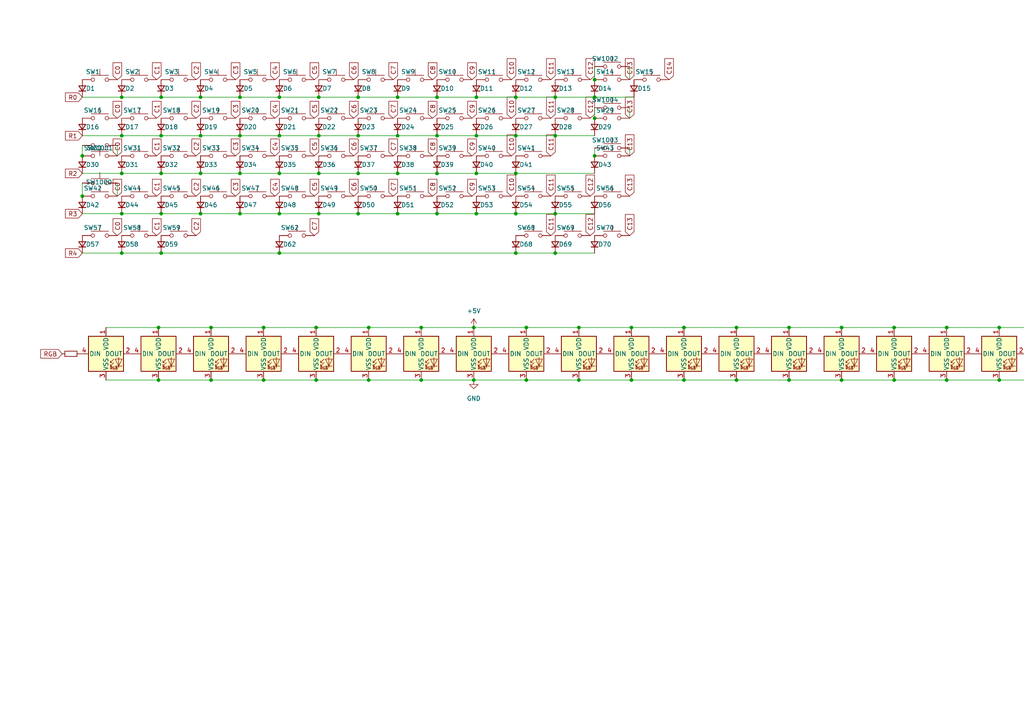
<source format=kicad_sch>
(kicad_sch (version 20240812) (generator "eeschema") (generator_version "8.99")
  (paper "A4")
  (lib_symbols
    (symbol "Connector:Conn_01x04_Pin" (pin_names (offset 1.016) hide)
      (property "Reference" "J" (at 0 5.08 0))
      (property "Value" "Conn_01x04_Pin" (at 0 -7.62 0))
      (symbol "Conn_01x04_Pin_1_1"
        (pin passive line (at 5.08 2.54 180) (length 3.81) (name "Pin_1") (number "1"))
        (pin passive line (at 5.08 0 180) (length 3.81) (name "Pin_2") (number "2"))
        (pin passive line (at 5.08 -2.54 180) (length 3.81) (name "Pin_3") (number "3"))
        (pin passive line (at 5.08 -5.08 180) (length 3.81) (name "Pin_4") (number "4"))
      )
    )
    (symbol "Connector:Conn_01x05_Socket" (pin_names (offset 1.016) hide)
      (property "Reference" "J" (at 0 7.62 0))
      (property "Value" "Conn_01x05_Socket" (at 0 -7.62 0))
      (symbol "Conn_01x05_Socket_1_1"
        (pin passive line (at -5.08 5.08 0) (length 3.81) (name "Pin_1") (number "1"))
        (pin passive line (at -5.08 2.54 0) (length 3.81) (name "Pin_2") (number "2"))
        (pin passive line (at -5.08 0 0) (length 3.81) (name "Pin_3") (number "3"))
        (pin passive line (at -5.08 -2.54 0) (length 3.81) (name "Pin_4") (number "4"))
        (pin passive line (at -5.08 -5.08 0) (length 3.81) (name "Pin_5") (number "5"))
      )
    )
    (symbol "Device:C_Small" (pin_numbers hide) (pin_names (offset 0.254) hide)
      (property "Reference" "C" (at 0.254 1.778 0))
      (property "Value" "C_Small" (at 0.254 -2.032 0))
      (symbol "C_Small_1_1"
        (pin passive line (at 0 2.54 270) (length 2.032) (name "~") (number "1"))
        (pin passive line (at 0 -2.54 90) (length 2.032) (name "~") (number "2"))
      )
    )
    (symbol "Device:D_Small" (pin_numbers hide) (pin_names (offset 0.254) hide)
      (property "Reference" "D" (at -1.27 2.032 0))
      (property "Value" "D_Small" (at -3.81 -2.032 0))
      (symbol "D_Small_1_1"
        (pin passive line (at -2.54 0 0) (length 1.778) (name "K") (number "1"))
        (pin passive line (at 2.54 0 180) (length 1.778) (name "A") (number "2"))
      )
    )
    (symbol "Device:LED" (pin_numbers hide) (pin_names (offset 1.016) hide)
      (property "Reference" "D" (at 0 2.54 0))
      (property "Value" "LED" (at 0 -2.54 0))
      (symbol "LED_1_1"
        (pin passive line (at -3.81 0 0) (length 2.54) (name "K") (number "1"))
        (pin passive line (at 3.81 0 180) (length 2.54) (name "A") (number "2"))
      )
    )
    (symbol "Device:R_Small" (pin_numbers hide) (pin_names (offset 0.254) hide)
      (property "Reference" "R" (at 0.762 0.508 0))
      (property "Value" "R_Small" (at 0.762 -1.016 0))
      (symbol "R_Small_1_1"
        (pin passive line (at 0 2.54 270) (length 0.762) (name "~") (number "1"))
        (pin passive line (at 0 -2.54 90) (length 0.762) (name "~") (number "2"))
      )
    )
    (symbol "LED:WS2812B" (pin_names (offset 0.254))
      (property "Reference" "D" (at 5.08 5.715 0))
      (property "Value" "WS2812B" (at 1.27 -5.715 0))
      (symbol "WS2812B_0_0"
        (text "RGB" (at 2.286 -4.191 0) (effects (font (size 0.762 0.762))))
      )
      (symbol "WS2812B_1_1"
        (pin input line (at -7.62 0 0) (length 2.54) (name "DIN") (number "4"))
        (pin power_in line (at 0 7.62 270) (length 2.54) (name "VDD") (number "1"))
        (pin power_in line (at 0 -7.62 90) (length 2.54) (name "VSS") (number "3"))
        (pin output line (at 7.62 0 180) (length 2.54) (name "DOUT") (number "2"))
      )
    )
    (symbol "Power_Protection:USBLC6-2SC6" (pin_names hide)
      (property "Reference" "U" (at 0.635 5.715 0))
      (property "Value" "USBLC6-2SC6" (at 0.635 3.81 0))
      (symbol "USBLC6-2SC6_1_1"
        (pin passive line (at -5.08 0 0) (length 2.54) (name "I/O1") (number "1"))
        (pin passive line (at -5.08 -2.54 0) (length 2.54) (name "I/O2") (number "3"))
        (pin passive line (at 0 5.08 270) (length 2.54) (name "VBUS") (number "5"))
        (pin passive line (at 0 -7.62 90) (length 2.54) (name "GND") (number "2"))
        (pin passive line (at 5.08 0 180) (length 2.54) (name "I/O1") (number "6"))
        (pin passive line (at 5.08 -2.54 180) (length 2.54) (name "I/O2") (number "4"))
      )
    )
    (symbol "Regulator_Linear:AMS1117"
      (property "Reference" "U" (at -3.81 3.175 0))
      (property "Value" "AMS1117" (at 0 3.175 0))
      (symbol "AMS1117_1_1"
        (pin power_in line (at -7.62 0 0) (length 2.54) (name "VI") (number "3"))
        (pin input line (at 0 -7.62 90) (length 2.54) (name "ADJ") (number "1"))
        (pin power_out line (at 7.62 0 180) (length 2.54) (name "VO") (number "2"))
      )
    )
    (symbol "Switch:SW_Push" (pin_numbers hide) (pin_names (offset 1.016) hide)
      (property "Reference" "SW" (at 1.27 2.54 0))
      (property "Value" "SW_Push" (at 0 -1.524 0))
      (symbol "SW_Push_0_1"
        (pin passive line (at -5.08 0 0) (length 2.54) (name "1") (number "1"))
        (pin passive line (at 5.08 0 180) (length 2.54) (name "2") (number "2"))
      )
    )
    (symbol "power:+3.3V" (power) (pin_numbers hide) (pin_names (offset 0) hide)
      (property "Value" "+3.3V" (at 0 3.556 0))
      (symbol "+3.3V_1_1"
        (pin power_in line (at 0 0 90) (length 0) (name "~") (number "1"))
      )
    )
    (symbol "power:+5V" (power) (pin_numbers hide) (pin_names (offset 0) hide)
      (property "Value" "+5V" (at 0 3.556 0))
      (symbol "+5V_1_1"
        (pin power_in line (at 0 0 90) (length 0) (name "~") (number "1"))
      )
    )
    (symbol "power:GND" (power) (pin_numbers hide) (pin_names (offset 0) hide)
      (property "Value" "GND" (at 0 -3.81 0))
      (symbol "GND_1_1"
        (pin power_in line (at 0 0 270) (length 0) (name "~") (number "1"))
      )
    )
    (symbol "stm32f072:STM32F072-LQFP48-acheronSymbols" (pin_names (offset 1.016))
      (property "Reference" "U1" (at -1.905 3.175 0))
      (property "Value" "STM32F072-LQFP48" (at -15.24 -1.27 0))
      (symbol "STM32F072-LQFP48-acheronSymbols_1_1"
        (pin power_in line (at -43.18 35.56 0) (length 2.54) (name "VBAT") (number "1"))
        (pin bidirectional line (at -43.18 29.21 0) (length 2.54) (name "PC13") (number "2"))
        (pin bidirectional line (at -43.18 22.86 0) (length 2.54) (name "PC14/OSC32_IN") (number "3"))
        (pin bidirectional line (at -43.18 16.51 0) (length 2.54) (name "PC15/OSC32_OUT") (number "4"))
        (pin bidirectional line (at -43.18 10.16 0) (length 2.54) (name "PF0/OSC_IN") (number "5"))
        (pin bidirectional line (at -43.18 3.81 0) (length 2.54) (name "PF1/OSC_OUT") (number "6"))
        (pin input line (at -43.18 -2.54 0) (length 2.54) (name "NRST") (number "7"))
        (pin power_in line (at -43.18 -8.89 0) (length 2.54) (name "VSSA") (number "8"))
        (pin power_in line (at -43.18 -15.24 0) (length 2.54) (name "VDDA") (number "9"))
        (pin bidirectional line (at -43.18 -21.59 0) (length 2.54) (name "PA0/ADC_IN0") (number "10"))
        (pin bidirectional line (at -43.18 -27.94 0) (length 2.54) (name "PA1/ADC_IN1") (number "11"))
        (pin bidirectional line (at -43.18 -34.29 0) (length 2.54) (name "PA2/ADC_IN2") (number "12"))
        (pin input line (at -34.29 44.45 270) (length 2.54) (name "VDD") (number "48"))
        (pin bidirectional line (at -34.29 -43.18 90) (length 2.54) (name "PA3/TIM15_CH2/ADC_IN3") (number "13"))
        (pin input line (at -27.94 44.45 270) (length 2.54) (name "VSS") (number "47"))
        (pin bidirectional line (at -27.94 -43.18 90) (length 2.54) (name "PA4/TIM14_CH1/ADC_IN4") (number "14"))
        (pin input line (at -21.59 44.45 270) (length 2.54) (name "SPI2_NSS/I2S2_WS/I2C1_SDA/TIM17_CH1/PB9") (number "46"))
        (pin bidirectional line (at -21.59 -43.18 90) (length 2.54) (name "PA5/ADC_IN5/DAC_OUT2") (number "15"))
        (pin bidirectional line (at -15.24 44.45 270) (length 2.54) (name "I2C1_SCL/TIM16_CH1/PB8") (number "45"))
        (pin bidirectional line (at -15.24 -43.18 90) (length 2.54) (name "PA6/ADC_IN6/TIM3_CH1/TIM16_CH1") (number "16"))
        (pin output line (at -8.89 44.45 270) (length 2.54) (name "BOOT0") (number "44"))
        (pin bidirectional line (at -8.89 -43.18 90) (length 2.54) (name "PA7/TIM3_CH2/TIM14_CH1/ADC_IN7") (number "17"))
        (pin bidirectional line (at -2.54 44.45 270) (length 2.54) (name "2C1_SDA/PB7") (number "43"))
        (pin bidirectional line (at -2.54 -43.18 90) (length 2.54) (name "PB0/TIM3_CH3/ADC_IN8") (number "18"))
        (pin bidirectional line (at 3.81 44.45 270) (length 2.54) (name "I2C1_SCL/PB6") (number "42"))
        (pin bidirectional line (at 3.81 -43.18 90) (length 2.54) (name "PB1/TIM3_CH4/TIM14_CH1/ADC_IN9") (number "19"))
        (pin bidirectional line (at 10.16 44.45 270) (length 2.54) (name "SPI1_MOSI/I2S1_SD/TIM3_CH2/PB5") (number "41"))
        (pin bidirectional line (at 10.16 -43.18 90) (length 2.54) (name "PB2") (number "20"))
        (pin bidirectional line (at 16.51 44.45 270) (length 2.54) (name "SPI1_MISO/I2S1_MCK/TIM3_CH1/PB4") (number "40"))
        (pin bidirectional line (at 16.51 -43.18 90) (length 2.54) (name "PB10/SPI2_SCK/I2C2_SCL/TIM2_CH3") (number "21"))
        (pin bidirectional line (at 22.86 44.45 270) (length 2.54) (name "SPI1_SCK/I2S1_CK/TIM2_CH2/PB3") (number "39"))
        (pin bidirectional line (at 22.86 -43.18 90) (length 2.54) (name "PB11/TIM2_CH4/I2C2_SDA") (number "22"))
        (pin bidirectional line (at 29.21 44.45 270) (length 2.54) (name "PA2") (number "38"))
        (pin power_in line (at 29.21 -43.18 90) (length 2.54) (name "VSS") (number "23"))
        (pin bidirectional line (at 35.56 44.45 270) (length 2.54) (name "SWCLK/PA14") (number "37"))
        (pin power_in line (at 35.56 -43.18 90) (length 2.54) (name "VDD") (number "24"))
        (pin power_in line (at 44.45 34.29 180) (length 2.54) (name "VDDIO2") (number "36"))
        (pin power_in line (at 44.45 27.94 180) (length 2.54) (name "VSS") (number "35"))
        (pin bidirectional line (at 44.45 21.59 180) (length 2.54) (name "SWDIO/PA13") (number "34"))
        (pin bidirectional line (at 44.45 15.24 180) (length 2.54) (name "USB_DP/PA12") (number "33"))
        (pin bidirectional line (at 44.45 8.89 180) (length 2.54) (name "USB_DM/TIM1_CH4/PA11") (number "32"))
        (pin bidirectional line (at 44.45 2.54 180) (length 2.54) (name "TIM1_CH3/PA10") (number "31"))
        (pin bidirectional line (at 44.45 -3.81 180) (length 2.54) (name "TIM1_CH2/PA9") (number "30"))
        (pin bidirectional line (at 44.45 -10.16 180) (length 2.54) (name "TIM1_CH1/PA8") (number "29"))
        (pin bidirectional line (at 44.45 -16.51 180) (length 2.54) (name "SPI2_MOSI/I2S2_SD/PB15") (number "28"))
        (pin bidirectional line (at 44.45 -22.86 180) (length 2.54) (name "PB14/SPI2_MISO/I2S2_MCK/I2C2_SDA/TIM15_CH1/PB15") (number "27"))
        (pin bidirectional line (at 44.45 -29.21 180) (length 2.54) (name "SPI2_SCK/I2S2_CK/I2C2_SCL/PB13") (number "26"))
        (pin bidirectional line (at 44.45 -35.56 180) (length 2.54) (name "PB12") (number "25"))
      )
    )
  )
  (junction (at 411.734 110.236))
  (junction (at 103.886 61.976))
  (junction (at -135.636 68.072))
  (junction (at 137.414 110.236))
  (junction (at 126.746 39.37))
  (junction (at 69.596 39.37))
  (junction (at 81.026 39.37))
  (junction (at 81.026 73.406))
  (junction (at 61.214 94.996))
  (junction (at -141.224 75.184))
  (junction (at -113.792 2.032))
  (junction (at 23.876 56.896))
  (junction (at 183.134 94.996))
  (junction (at 81.026 28.194))
  (junction (at 289.814 110.236))
  (junction (at -131.318 62.992))
  (junction (at 81.026 61.976))
  (junction (at 149.606 73.406))
  (junction (at 35.306 39.37))
  (junction (at 69.596 50.292))
  (junction (at -113.792 6.35))
  (junction (at 244.094 94.996))
  (junction (at 76.454 94.996))
  (junction (at 274.574 94.996))
  (junction (at 58.166 28.194))
  (junction (at 442.214 94.996))
  (junction (at 366.014 110.236))
  (junction (at 46.736 39.37))
  (junction (at 320.294 110.236))
  (junction (at 92.456 50.292))
  (junction (at 172.466 23.114))
  (junction (at 228.854 110.236))
  (junction (at 115.316 50.292))
  (junction (at 167.894 94.996))
  (junction (at 152.654 94.996))
  (junction (at 335.534 94.996))
  (junction (at 35.306 61.976))
  (junction (at 91.694 94.996))
  (junction (at -118.872 2.032))
  (junction (at 487.934 94.996))
  (junction (at 172.466 34.29))
  (junction (at 23.876 45.212))
  (junction (at 45.974 94.996))
  (junction (at 350.774 110.236))
  (junction (at 103.886 39.37))
  (junction (at 35.306 73.406))
  (junction (at 442.214 110.236))
  (junction (at 58.166 39.37))
  (junction (at 472.694 110.236))
  (junction (at 426.974 94.996))
  (junction (at 305.054 94.996))
  (junction (at 244.094 110.236))
  (junction (at 396.494 94.996))
  (junction (at 35.306 28.194))
  (junction (at 381.254 110.236))
  (junction (at 126.746 28.194))
  (junction (at 103.886 50.292))
  (junction (at 487.934 110.236))
  (junction (at -50.546 99.568))
  (junction (at 106.934 110.236))
  (junction (at 167.894 110.236))
  (junction (at 320.294 94.996))
  (junction (at -128.524 18.034))
  (junction (at 149.606 28.194))
  (junction (at 91.694 110.236))
  (junction (at -38.1 25.146))
  (junction (at 411.734 94.996))
  (junction (at -33.782 20.066))
  (junction (at 58.166 61.976))
  (junction (at -139.954 -2.54))
  (junction (at -50.546 103.886))
  (junction (at 305.054 110.236))
  (junction (at -33.782 25.146))
  (junction (at 457.454 94.996))
  (junction (at -55.626 99.568))
  (junction (at 126.746 61.976))
  (junction (at -55.626 103.886))
  (junction (at 115.316 28.194))
  (junction (at 259.334 110.236))
  (junction (at -118.872 6.35))
  (junction (at 46.736 28.194))
  (junction (at 426.974 110.236))
  (junction (at 122.174 94.996))
  (junction (at 46.736 50.292))
  (junction (at 58.166 50.292))
  (junction (at 126.746 50.292))
  (junction (at 161.036 28.194))
  (junction (at 138.176 39.37))
  (junction (at 115.316 61.976))
  (junction (at 69.596 28.194))
  (junction (at 138.176 50.292))
  (junction (at 138.176 61.976))
  (junction (at -137.16 -2.54))
  (junction (at 152.654 110.236))
  (junction (at 198.374 110.236))
  (junction (at 172.466 45.212))
  (junction (at 183.134 110.236))
  (junction (at 103.886 28.194))
  (junction (at 381.254 94.996))
  (junction (at 92.456 39.37))
  (junction (at 122.174 110.236))
  (junction (at 172.466 28.194))
  (junction (at 35.306 50.292))
  (junction (at 137.414 94.996))
  (junction (at 366.014 94.996))
  (junction (at 149.606 50.292))
  (junction (at -131.318 68.072))
  (junction (at 274.574 110.236))
  (junction (at 92.456 61.976))
  (junction (at 76.454 110.236))
  (junction (at 115.316 39.37))
  (junction (at 149.606 61.976))
  (junction (at 457.454 110.236))
  (junction (at 61.214 110.236))
  (junction (at 350.774 94.996))
  (junction (at 46.736 61.976))
  (junction (at 138.176 28.194))
  (junction (at 213.614 110.236))
  (junction (at 45.974 110.236))
  (junction (at 198.374 94.996))
  (junction (at 289.814 94.996))
  (junction (at 161.036 61.976))
  (junction (at -38.1 20.066))
  (junction (at 213.614 94.996))
  (junction (at 81.026 50.292))
  (junction (at 46.736 73.406))
  (junction (at 396.494 110.236))
  (junction (at 161.036 73.406))
  (junction (at 69.596 61.976))
  (junction (at 149.606 39.37))
  (junction (at -133.604 75.184))
  (junction (at 472.694 94.996))
  (junction (at 106.934 94.996))
  (junction (at 335.534 110.236))
  (junction (at 92.456 28.194))
  (junction (at 161.036 39.37))
  (junction (at -135.636 62.992))
  (junction (at 259.334 94.996))
  (junction (at 228.854 94.996))
  (no_connect (at -128.524 49.784))
  (no_connect (at -128.524 43.434))
  (wire (pts (xy 182.626 19.304) (xy 182.626 23.114)))
  (wire (pts (xy 161.036 39.37) (xy 172.466 39.37)))
  (wire (pts (xy 138.176 50.292) (xy 149.606 50.292)))
  (wire (pts (xy 81.026 28.194) (xy 92.456 28.194)))
  (wire (pts (xy 259.334 94.996) (xy 274.574 94.996)))
  (wire (pts (xy -150.114 -2.54) (xy -150.114 -6.35)))
  (wire (pts (xy 366.014 94.996) (xy 381.254 94.996)))
  (wire (pts (xy 161.036 28.194) (xy 172.466 28.194)))
  (wire (pts (xy 92.456 28.194) (xy 103.886 28.194)))
  (wire (pts (xy -128.524 68.072) (xy -131.318 68.072)))
  (wire (pts (xy -131.318 68.072) (xy -135.636 68.072)))
  (wire (pts (xy 161.036 73.406) (xy 172.466 73.406)))
  (wire (pts (xy 23.876 73.406) (xy 35.306 73.406)))
  (wire (pts (xy 149.606 61.976) (xy 161.036 61.976)))
  (wire (pts (xy 30.734 110.236) (xy 45.974 110.236)))
  (wire (pts (xy 152.654 94.996) (xy 167.894 94.996)))
  (wire (pts (xy 126.746 61.976) (xy 138.176 61.976)))
  (wire (pts (xy -137.16 -7.874) (xy -139.954 -7.874)))
  (wire (pts (xy 138.176 61.976) (xy 149.606 61.976)))
  (wire (pts (xy -55.626 96.774) (xy -56.134 96.774)))
  (wire (pts (xy 396.494 94.996) (xy 411.734 94.996)))
  (wire (pts (xy -113.792 9.144) (xy -113.284 9.144)))
  (wire (pts (xy -55.626 103.886) (xy -55.626 99.568)))
  (wire (pts (xy 126.746 28.194) (xy 138.176 28.194)))
  (wire (pts (xy 198.374 110.236) (xy 213.614 110.236)))
  (wire (pts (xy 320.294 110.236) (xy 335.534 110.236)))
  (wire (pts (xy 46.736 28.194) (xy 58.166 28.194)))
  (wire (pts (xy 366.014 110.236) (xy 381.254 110.236)))
  (wire (pts (xy 35.306 39.37) (xy 46.736 39.37)))
  (wire (pts (xy 172.466 28.194) (xy 183.896 28.194)))
  (wire (pts (xy 81.026 50.292) (xy 92.456 50.292)))
  (wire (pts (xy 115.316 28.194) (xy 126.746 28.194)))
  (wire (pts (xy -128.524 62.992) (xy -128.524 62.484)))
  (wire (pts (xy 472.694 94.996) (xy 487.934 94.996)))
  (wire (pts (xy -55.626 99.568) (xy -55.626 96.774)))
  (wire (pts (xy 172.466 31.242) (xy 172.466 34.29)))
  (wire (pts (xy 46.736 73.406) (xy 81.026 73.406)))
  (wire (pts (xy 69.596 39.37) (xy 81.026 39.37)))
  (wire (pts (xy 91.694 110.236) (xy 106.934 110.236)))
  (wire (pts (xy -118.872 6.35) (xy -118.872 2.032)))
  (wire (pts (xy 228.854 110.236) (xy 244.094 110.236)))
  (wire (pts (xy 45.974 110.236) (xy 61.214 110.236)))
  (wire (pts (xy 335.534 94.996) (xy 350.774 94.996)))
  (wire (pts (xy 76.454 110.236) (xy 91.694 110.236)))
  (wire (pts (xy 58.166 50.292) (xy 69.596 50.292)))
  (wire (pts (xy 320.294 94.996) (xy 335.534 94.996)))
  (wire (pts (xy -137.16 -2.54) (xy -137.16 -2.794)))
  (wire (pts (xy 30.734 94.996) (xy 45.974 94.996)))
  (wire (pts (xy 92.456 50.292) (xy 103.886 50.292)))
  (wire (pts (xy 35.306 73.406) (xy 46.736 73.406)))
  (wire (pts (xy 92.456 39.37) (xy 103.886 39.37)))
  (wire (pts (xy 381.254 94.996) (xy 396.494 94.996)))
  (wire (pts (xy 138.176 39.37) (xy 149.606 39.37)))
  (wire (pts (xy -119.634 9.144) (xy -118.872 9.144)))
  (wire (pts (xy -50.546 96.774) (xy -50.546 99.568)))
  (wire (pts (xy 152.654 110.236) (xy 167.894 110.236)))
  (wire (pts (xy -139.954 -6.35) (xy -139.954 -2.54)))
  (wire (pts (xy 106.934 94.996) (xy 122.174 94.996)))
  (wire (pts (xy 92.456 61.976) (xy 103.886 61.976)))
  (wire (pts (xy 103.886 61.976) (xy 115.316 61.976)))
  (wire (pts (xy 244.094 110.236) (xy 259.334 110.236)))
  (wire (pts (xy -33.782 25.146) (xy -38.1 25.146)))
  (wire (pts (xy 81.026 39.37) (xy 92.456 39.37)))
  (wire (pts (xy 103.886 39.37) (xy 115.316 39.37)))
  (wire (pts (xy 472.694 110.236) (xy 487.934 110.236)))
  (wire (pts (xy 137.414 110.236) (xy 152.654 110.236)))
  (wire (pts (xy 23.876 50.292) (xy 35.306 50.292)))
  (wire (pts (xy -118.872 9.144) (xy -118.872 6.35)))
  (wire (pts (xy 172.466 19.304) (xy 172.466 23.114)))
  (wire (pts (xy 167.894 110.236) (xy 183.134 110.236)))
  (wire (pts (xy 35.306 50.292) (xy 46.736 50.292)))
  (wire (pts (xy 161.036 61.976) (xy 172.466 61.976)))
  (wire (pts (xy 411.734 110.236) (xy 426.974 110.236)))
  (wire (pts (xy 23.876 28.194) (xy 35.306 28.194)))
  (wire (pts (xy 46.736 39.37) (xy 58.166 39.37)))
  (wire (pts (xy 115.316 39.37) (xy 126.746 39.37)))
  (wire (pts (xy 23.876 53.086) (xy 23.876 56.896)))
  (wire (pts (xy -38.1 20.066) (xy -33.782 20.066)))
  (wire (pts (xy 149.606 28.194) (xy 161.036 28.194)))
  (wire (pts (xy 182.626 31.242) (xy 182.626 34.29)))
  (wire (pts (xy -135.636 62.992) (xy -131.318 62.992)))
  (wire (pts (xy -40.894 20.066) (xy -38.1 20.066)))
  (wire (pts (xy 35.306 61.976) (xy 46.736 61.976)))
  (wire (pts (xy -49.784 96.774) (xy -50.546 96.774)))
  (wire (pts (xy 350.774 94.996) (xy 366.014 94.996)))
  (wire (pts (xy 76.454 94.996) (xy 91.694 94.996)))
  (wire (pts (xy 213.614 110.236) (xy 228.854 110.236)))
  (wire (pts (xy 46.736 50.292) (xy 58.166 50.292)))
  (wire (pts (xy 35.306 28.194) (xy 46.736 28.194)))
  (wire (pts (xy 23.876 61.976) (xy 35.306 61.976)))
  (wire (pts (xy -139.954 -2.54) (xy -137.16 -2.54)))
  (wire (pts (xy 115.316 61.976) (xy 126.746 61.976)))
  (wire (pts (xy 457.454 110.236) (xy 472.694 110.236)))
  (wire (pts (xy -147.574 -2.54) (xy -150.114 -2.54)))
  (wire (pts (xy 426.974 110.236) (xy 442.214 110.236)))
  (wire (pts (xy 487.934 94.996) (xy 503.174 94.996)))
  (wire (pts (xy -113.792 6.35) (xy -113.792 9.144)))
  (wire (pts (xy 58.166 61.976) (xy 69.596 61.976)))
  (wire (pts (xy 91.694 94.996) (xy 106.934 94.996)))
  (wire (pts (xy 442.214 110.236) (xy 457.454 110.236)))
  (wire (pts (xy 198.374 94.996) (xy 213.614 94.996)))
  (wire (pts (xy 381.254 110.236) (xy 396.494 110.236)))
  (wire (pts (xy 122.174 110.236) (xy 137.414 110.236)))
  (wire (pts (xy -142.494 -2.54) (xy -139.954 -2.54)))
  (wire (pts (xy -198.374 67.818) (xy -187.198 67.818)))
  (wire (pts (xy 34.036 53.086) (xy 34.036 56.896)))
  (wire (pts (xy 149.606 73.406) (xy 161.036 73.406)))
  (wire (pts (xy 126.746 39.37) (xy 138.176 39.37)))
  (wire (pts (xy 274.574 110.236) (xy 289.814 110.236)))
  (wire (pts (xy 426.974 94.996) (xy 442.214 94.996)))
  (wire (pts (xy 115.316 50.292) (xy 126.746 50.292)))
  (wire (pts (xy 61.214 110.236) (xy 76.454 110.236)))
  (wire (pts (xy 149.606 39.37) (xy 161.036 39.37)))
  (wire (pts (xy 396.494 110.236) (xy 411.734 110.236)))
  (wire (pts (xy -113.792 2.032) (xy -113.792 6.35)))
  (wire (pts (xy 69.596 50.292) (xy 81.026 50.292)))
  (wire (pts (xy 350.774 110.236) (xy 366.014 110.236)))
  (wire (pts (xy 487.934 110.236) (xy 503.174 110.236)))
  (wire (pts (xy 335.534 110.236) (xy 350.774 110.236)))
  (wire (pts (xy 183.134 94.996) (xy 198.374 94.996)))
  (wire (pts (xy 126.746 50.292) (xy 138.176 50.292)))
  (wire (pts (xy 58.166 28.194) (xy 69.596 28.194)))
  (wire (pts (xy 149.606 50.292) (xy 172.466 50.292)))
  (wire (pts (xy 61.214 94.996) (xy 76.454 94.996)))
  (wire (pts (xy 45.974 94.996) (xy 61.214 94.996)))
  (wire (pts (xy 305.054 110.236) (xy 320.294 110.236)))
  (wire (pts (xy -50.546 99.568) (xy -50.546 103.886)))
  (wire (pts (xy 167.894 94.996) (xy 183.134 94.996)))
  (wire (pts (xy 457.454 94.996) (xy 472.694 94.996)))
  (wire (pts (xy 213.614 94.996) (xy 228.854 94.996)))
  (wire (pts (xy 228.854 94.996) (xy 244.094 94.996)))
  (wire (pts (xy 137.414 94.996) (xy 152.654 94.996)))
  (wire (pts (xy 138.176 28.194) (xy 149.606 28.194)))
  (wire (pts (xy 103.886 28.194) (xy 115.316 28.194)))
  (wire (pts (xy 34.036 42.164) (xy 34.036 45.212)))
  (wire (pts (xy 23.876 42.164) (xy 23.876 45.212)))
  (wire (pts (xy 46.736 61.976) (xy 58.166 61.976)))
  (wire (pts (xy 274.574 94.996) (xy 289.814 94.996)))
  (wire (pts (xy -128.524 68.834) (xy -128.524 68.072)))
  (wire (pts (xy -38.1 25.146) (xy -40.894 25.146)))
  (wire (pts (xy 81.026 61.976) (xy 92.456 61.976)))
  (wire (pts (xy -40.894 25.146) (xy -40.894 25.654)))
  (wire (pts (xy 289.814 94.996) (xy 305.054 94.996)))
  (wire (pts (xy 305.054 94.996) (xy 320.294 94.996)))
  (wire (pts (xy 183.134 110.236) (xy 198.374 110.236)))
  (wire (pts (xy 58.166 39.37) (xy 69.596 39.37)))
  (wire (pts (xy 23.876 39.37) (xy 35.306 39.37)))
  (wire (pts (xy 259.334 110.236) (xy 274.574 110.236)))
  (wire (pts (xy 411.734 94.996) (xy 426.974 94.996)))
  (wire (pts (xy 103.886 50.292) (xy 115.316 50.292)))
  (wire (pts (xy 106.934 110.236) (xy 122.174 110.236)))
  (wire (pts (xy 69.596 28.194) (xy 81.026 28.194)))
  (wire (pts (xy 244.094 94.996) (xy 259.334 94.996)))
  (wire (pts (xy 289.814 110.236) (xy 305.054 110.236)))
  (wire (pts (xy 172.466 42.926) (xy 172.466 45.212)))
  (wire (pts (xy 69.596 61.976) (xy 81.026 61.976)))
  (wire (pts (xy 442.214 94.996) (xy 457.454 94.996)))
  (wire (pts (xy -40.894 19.304) (xy -40.894 20.066)))
  (wire (pts (xy -131.318 62.992) (xy -128.524 62.992)))
  (wire (pts (xy 81.026 73.406) (xy 149.606 73.406)))
  (wire (pts (xy 182.626 42.926) (xy 182.626 45.212)))
  (wire (pts (xy 122.174 94.996) (xy 137.414 94.996)))
  (wire (pts (xy -198.374 65.278) (xy -187.198 65.278)))
  (global_label "C9" (shape input) (at 136.906 34.29 90) (property "Intersheetrefs" "${INTERSHEET_REFS}" (effects (hide yes))))
  (global_label "C13" (shape input) (at 182.626 56.896 90) (property "Intersheetrefs" "${INTERSHEET_REFS}" (effects (hide yes))))
  (global_label "C0" (shape input) (at 34.036 56.896 90) (property "Intersheetrefs" "${INTERSHEET_REFS}" (effects (hide yes))))
  (global_label "C11" (shape input) (at 159.766 23.114 90) (property "Intersheetrefs" "${INTERSHEET_REFS}" (effects (hide yes))))
  (global_label "D+" (shape input) (at -177.038 67.818 0) (property "Intersheetrefs" "${INTERSHEET_REFS}" (effects (hide yes))))
  (global_label "C10" (shape input) (at 148.336 34.29 90) (property "Intersheetrefs" "${INTERSHEET_REFS}" (effects (hide yes))))
  (global_label "boot" (shape input) (at -94.234 9.144 90) (property "Intersheetrefs" "${INTERSHEET_REFS}" (effects (hide yes))))
  (global_label "C2" (shape input) (at 56.896 45.212 90) (property "Intersheetrefs" "${INTERSHEET_REFS}" (effects (hide yes))))
  (global_label "DIO" (shape input) (at -83.566 66.548 270) (property "Intersheetrefs" "${INTERSHEET_REFS}" (effects (hide yes))))
  (global_label "C1" (shape input) (at 45.466 45.212 90) (property "Intersheetrefs" "${INTERSHEET_REFS}" (effects (hide yes))))
  (global_label "RST" (shape input) (at -86.106 66.548 270) (property "Intersheetrefs" "${INTERSHEET_REFS}" (effects (hide yes))))
  (global_label "C7" (shape input) (at 114.046 45.212 90) (property "Intersheetrefs" "${INTERSHEET_REFS}" (effects (hide yes))))
  (global_label "C9" (shape input) (at 136.906 56.896 90) (property "Intersheetrefs" "${INTERSHEET_REFS}" (effects (hide yes))))
  (global_label "C11" (shape input) (at 159.766 34.29 90) (property "Intersheetrefs" "${INTERSHEET_REFS}" (effects (hide yes))))
  (global_label "C3" (shape input) (at 68.326 56.896 90) (property "Intersheetrefs" "${INTERSHEET_REFS}" (effects (hide yes))))
  (global_label "C1" (shape input) (at -100.584 9.144 90) (property "Intersheetrefs" "${INTERSHEET_REFS}" (effects (hide yes))))
  (global_label "R1" (shape input) (at -68.834 96.774 270) (property "Intersheetrefs" "${INTERSHEET_REFS}" (effects (hide yes))))
  (global_label "C2" (shape input) (at 56.896 56.896 90) (property "Intersheetrefs" "${INTERSHEET_REFS}" (effects (hide yes))))
  (global_label "C0" (shape input) (at 34.036 34.29 90) (property "Intersheetrefs" "${INTERSHEET_REFS}" (effects (hide yes))))
  (global_label "C0" (shape input) (at -75.184 96.774 270) (property "Intersheetrefs" "${INTERSHEET_REFS}" (effects (hide yes))))
  (global_label "C12" (shape input) (at 171.196 23.114 90) (property "Intersheetrefs" "${INTERSHEET_REFS}" (effects (hide yes))))
  (global_label "C2" (shape input) (at 56.896 34.29 90) (property "Intersheetrefs" "${INTERSHEET_REFS}" (effects (hide yes))))
  (global_label "C13" (shape input) (at 182.626 68.326 90) (property "Intersheetrefs" "${INTERSHEET_REFS}" (effects (hide yes))))
  (global_label "C9" (shape input) (at 136.906 45.212 90) (property "Intersheetrefs" "${INTERSHEET_REFS}" (effects (hide yes))))
  (global_label "R0" (shape input) (at -106.934 9.144 90) (property "Intersheetrefs" "${INTERSHEET_REFS}" (effects (hide yes))))
  (global_label "RST" (shape input) (at -128.524 56.134 180) (property "Intersheetrefs" "${INTERSHEET_REFS}" (effects (hide yes))))
  (global_label "C0" (shape input) (at 34.036 45.212 90) (property "Intersheetrefs" "${INTERSHEET_REFS}" (effects (hide yes))))
  (global_label "C1" (shape input) (at 45.466 68.326 90) (property "Intersheetrefs" "${INTERSHEET_REFS}" (effects (hide yes))))
  (global_label "D+" (shape input) (at -40.894 38.354 0) (property "Intersheetrefs" "${INTERSHEET_REFS}" (effects (hide yes))))
  (global_label "C1" (shape input) (at 45.466 23.114 90) (property "Intersheetrefs" "${INTERSHEET_REFS}" (effects (hide yes))))
  (global_label "C6" (shape input) (at 102.616 23.114 90) (property "Intersheetrefs" "${INTERSHEET_REFS}" (effects (hide yes))))
  (global_label "C8" (shape input) (at -40.894 51.054 0) (property "Intersheetrefs" "${INTERSHEET_REFS}" (effects (hide yes))))
  (global_label "C7" (shape input) (at 114.046 34.29 90) (property "Intersheetrefs" "${INTERSHEET_REFS}" (effects (hide yes))))
  (global_label "R0" (shape input) (at 23.876 28.194 180) (property "Intersheetrefs" "${INTERSHEET_REFS}" (effects (hide yes))))
  (global_label "C2" (shape input) (at 56.896 68.326 90) (property "Intersheetrefs" "${INTERSHEET_REFS}" (effects (hide yes))))
  (global_label "C2" (shape input) (at 56.896 23.114 90) (property "Intersheetrefs" "${INTERSHEET_REFS}" (effects (hide yes))))
  (global_label "RGB" (shape input) (at -62.484 96.774 270) (property "Intersheetrefs" "${INTERSHEET_REFS}" (effects (hide yes))))
  (global_label "C12" (shape input) (at 171.196 34.29 90) (property "Intersheetrefs" "${INTERSHEET_REFS}" (effects (hide yes))))
  (global_label "C3" (shape input) (at 68.326 23.114 90) (property "Intersheetrefs" "${INTERSHEET_REFS}" (effects (hide yes))))
  (global_label "C9" (shape input) (at -40.894 57.404 0) (property "Intersheetrefs" "${INTERSHEET_REFS}" (effects (hide yes))))
  (global_label "C13" (shape input) (at 182.626 45.212 90) (property "Intersheetrefs" "${INTERSHEET_REFS}" (effects (hide yes))))
  (global_label "C6" (shape input) (at 102.616 56.896 90) (property "Intersheetrefs" "${INTERSHEET_REFS}" (effects (hide yes))))
  (global_label "C9" (shape input) (at 136.906 23.114 90) (property "Intersheetrefs" "${INTERSHEET_REFS}" (effects (hide yes))))
  (global_label "C7" (shape input) (at -56.134 9.144 90) (property "Intersheetrefs" "${INTERSHEET_REFS}" (effects (hide yes))))
  (global_label "C4" (shape input) (at 79.756 56.896 90) (property "Intersheetrefs" "${INTERSHEET_REFS}" (effects (hide yes))))
  (global_label "C11" (shape input) (at 159.766 45.212 90) (property "Intersheetrefs" "${INTERSHEET_REFS}" (effects (hide yes))))
  (global_label "C7" (shape input) (at 114.046 23.114 90) (property "Intersheetrefs" "${INTERSHEET_REFS}" (effects (hide yes))))
  (global_label "R3" (shape input) (at -128.524 39.624 180) (property "Intersheetrefs" "${INTERSHEET_REFS}" (effects (hide yes))))
  (global_label "R4" (shape input) (at -128.524 37.084 180) (property "Intersheetrefs" "${INTERSHEET_REFS}" (effects (hide yes))))
  (global_label "C3" (shape input) (at 68.326 34.29 90) (property "Intersheetrefs" "${INTERSHEET_REFS}" (effects (hide yes))))
  (global_label "C12" (shape input) (at -40.894 76.454 0) (property "Intersheetrefs" "${INTERSHEET_REFS}" (effects (hide yes))))
  (global_label "C10" (shape input) (at 148.336 56.896 90) (property "Intersheetrefs" "${INTERSHEET_REFS}" (effects (hide yes))))
  (global_label "C12" (shape input) (at 171.196 68.326 90) (property "Intersheetrefs" "${INTERSHEET_REFS}" (effects (hide yes))))
  (global_label "C5" (shape input) (at -68.834 9.144 90) (property "Intersheetrefs" "${INTERSHEET_REFS}" (effects (hide yes))))
  (global_label "C14" (shape input) (at -40.894 89.154 0) (property "Intersheetrefs" "${INTERSHEET_REFS}" (effects (hide yes))))
  (global_label "C7" (shape input) (at 91.186 68.326 90) (property "Intersheetrefs" "${INTERSHEET_REFS}" (effects (hide yes))))
  (global_label "C10" (shape input) (at -40.894 63.754 0) (property "Intersheetrefs" "${INTERSHEET_REFS}" (effects (hide yes))))
  (global_label "C0" (shape input) (at 34.036 68.326 90) (property "Intersheetrefs" "${INTERSHEET_REFS}" (effects (hide yes))))
  (global_label "C5" (shape input) (at 91.186 34.29 90) (property "Intersheetrefs" "${INTERSHEET_REFS}" (effects (hide yes))))
  (global_label "C3" (shape input) (at -81.534 9.144 90) (property "Intersheetrefs" "${INTERSHEET_REFS}" (effects (hide yes))))
  (global_label "C13" (shape input) (at 182.626 23.114 90) (property "Intersheetrefs" "${INTERSHEET_REFS}" (effects (hide yes))))
  (global_label "C5" (shape input) (at 91.186 56.896 90) (property "Intersheetrefs" "${INTERSHEET_REFS}" (effects (hide yes))))
  (global_label "C14" (shape input) (at 194.056 23.114 90) (property "Intersheetrefs" "${INTERSHEET_REFS}" (effects (hide yes))))
  (global_label "C4" (shape input) (at -75.184 9.144 90) (property "Intersheetrefs" "${INTERSHEET_REFS}" (effects (hide yes))))
  (global_label "C11" (shape input) (at 159.766 68.326 90) (property "Intersheetrefs" "${INTERSHEET_REFS}" (effects (hide yes))))
  (global_label "C8" (shape input) (at 125.476 45.212 90) (property "Intersheetrefs" "${INTERSHEET_REFS}" (effects (hide yes))))
  (global_label "C3" (shape input) (at 68.326 45.212 90) (property "Intersheetrefs" "${INTERSHEET_REFS}" (effects (hide yes))))
  (global_label "C5" (shape input) (at 91.186 45.212 90) (property "Intersheetrefs" "${INTERSHEET_REFS}" (effects (hide yes))))
  (global_label "C4" (shape input) (at 79.756 23.114 90) (property "Intersheetrefs" "${INTERSHEET_REFS}" (effects (hide yes))))
  (global_label "R4" (shape input) (at -101.854 -8.382 90) (property "Intersheetrefs" "${INTERSHEET_REFS}" (effects (hide yes))))
  (global_label "C5" (shape input) (at 91.186 23.114 90) (property "Intersheetrefs" "${INTERSHEET_REFS}" (effects (hide yes))))
  (global_label "R3" (shape input) (at -108.204 -10.16 90) (property "Intersheetrefs" "${INTERSHEET_REFS}" (effects (hide yes))))
  (global_label "C4" (shape input) (at 79.756 34.29 90) (property "Intersheetrefs" "${INTERSHEET_REFS}" (effects (hide yes))))
  (global_label "C6" (shape input) (at 102.616 45.212 90) (property "Intersheetrefs" "${INTERSHEET_REFS}" (effects (hide yes))))
  (global_label "RGB" (shape input) (at 18.034 102.616 180) (property "Intersheetrefs" "${INTERSHEET_REFS}" (effects (hide yes))))
  (global_label "C2" (shape input) (at -87.884 9.144 90) (property "Intersheetrefs" "${INTERSHEET_REFS}" (effects (hide yes))))
  (global_label "DIO" (shape input) (at -40.894 32.004 0) (property "Intersheetrefs" "${INTERSHEET_REFS}" (effects (hide yes))))
  (global_label "C12" (shape input) (at 171.196 56.896 90) (property "Intersheetrefs" "${INTERSHEET_REFS}" (effects (hide yes))))
  (global_label "C11" (shape input) (at 159.766 56.896 90) (property "Intersheetrefs" "${INTERSHEET_REFS}" (effects (hide yes))))
  (global_label "C10" (shape input) (at 148.336 23.114 90) (property "Intersheetrefs" "${INTERSHEET_REFS}" (effects (hide yes))))
  (global_label "R1" (shape input) (at 23.876 39.37 180) (property "Intersheetrefs" "${INTERSHEET_REFS}" (effects (hide yes))))
  (global_label "C1" (shape input) (at 45.466 56.896 90) (property "Intersheetrefs" "${INTERSHEET_REFS}" (effects (hide yes))))
  (global_label "R2" (shape input) (at 23.876 50.292 180) (property "Intersheetrefs" "${INTERSHEET_REFS}" (effects (hide yes))))
  (global_label "C7" (shape input) (at 114.046 56.896 90) (property "Intersheetrefs" "${INTERSHEET_REFS}" (effects (hide yes))))
  (global_label "C0" (shape input) (at 34.036 23.114 90) (property "Intersheetrefs" "${INTERSHEET_REFS}" (effects (hide yes))))
  (global_label "R4" (shape input) (at 23.876 73.406 180) (property "Intersheetrefs" "${INTERSHEET_REFS}" (effects (hide yes))))
  (global_label "C11" (shape input) (at -40.894 70.104 0) (property "Intersheetrefs" "${INTERSHEET_REFS}" (effects (hide yes))))
  (global_label "R3" (shape input) (at 23.876 61.976 180) (property "Intersheetrefs" "${INTERSHEET_REFS}" (effects (hide yes))))
  (global_label "C13" (shape input) (at -40.894 82.804 0) (property "Intersheetrefs" "${INTERSHEET_REFS}" (effects (hide yes))))
  (global_label "C8" (shape input) (at 125.476 23.114 90) (property "Intersheetrefs" "${INTERSHEET_REFS}" (effects (hide yes))))
  (global_label "C8" (shape input) (at 125.476 56.896 90) (property "Intersheetrefs" "${INTERSHEET_REFS}" (effects (hide yes))))
  (global_label "R2" (shape input) (at -128.524 24.384 180) (property "Intersheetrefs" "${INTERSHEET_REFS}" (effects (hide yes))))
  (global_label "boot" (shape input) (at -137.16 -7.874 90) (property "Intersheetrefs" "${INTERSHEET_REFS}" (effects (hide yes))))
  (global_label "R3" (shape input) (at -128.524 30.734 180) (property "Intersheetrefs" "${INTERSHEET_REFS}" (effects (hide yes))))
  (global_label "RST" (shape input) (at -150.114 -6.35 180) (property "Intersheetrefs" "${INTERSHEET_REFS}" (effects (hide yes))))
  (global_label "C8" (shape input) (at 125.476 34.29 90) (property "Intersheetrefs" "${INTERSHEET_REFS}" (effects (hide yes))))
  (global_label "CLK" (shape input) (at -81.026 66.548 270) (property "Intersheetrefs" "${INTERSHEET_REFS}" (effects (hide yes))))
  (global_label "C6" (shape input) (at 102.616 34.29 90) (property "Intersheetrefs" "${INTERSHEET_REFS}" (effects (hide yes))))
  (global_label "CLK" (shape input) (at -49.784 9.144 90) (property "Intersheetrefs" "${INTERSHEET_REFS}" (effects (hide yes))))
  (global_label "D-" (shape input) (at -177.038 65.278 0) (property "Intersheetrefs" "${INTERSHEET_REFS}" (effects (hide yes))))
  (global_label "C4" (shape input) (at 79.756 45.212 90) (property "Intersheetrefs" "${INTERSHEET_REFS}" (effects (hide yes))))
  (global_label "C13" (shape input) (at 182.626 34.29 90) (property "Intersheetrefs" "${INTERSHEET_REFS}" (effects (hide yes))))
  (global_label "C1" (shape input) (at 45.466 34.29 90) (property "Intersheetrefs" "${INTERSHEET_REFS}" (effects (hide yes))))
  (global_label "C6" (shape input) (at -62.484 9.144 90) (property "Intersheetrefs" "${INTERSHEET_REFS}" (effects (hide yes))))
  (global_label "D-" (shape input) (at -40.894 44.704 0) (property "Intersheetrefs" "${INTERSHEET_REFS}" (effects (hide yes))))
  (global_label "C10" (shape input) (at 148.336 45.212 90) (property "Intersheetrefs" "${INTERSHEET_REFS}" (effects (hide yes))))
  (symbol (lib_id "Switch:SW_Push") (at 86.106 34.29 0) (unit 1)
    (property "Reference" "SW21" (at 84.074 32.004 0))
    (property "Value" "SW_Push" (effects (hide yes)))
    (property "Footprint" "MX_cherry:MXOnly-1U_N" (effects (hide yes)))
    (property "Description" "Push button switch, generic, two pins" (effects (hide yes)))
  )
  (symbol (lib_id "Device:D_Small") (at 126.746 36.83 90) (unit 1)
    (property "Reference" "D25" (at 127.762 36.83 90) (effects (justify right)))
    (property "Value" "D_Small" (effects (hide yes)))
    (property "Footprint" "Diode_SMD:D_SOD-123" (effects (hide yes)))
    (property "Description" "Diode, small symbol" (effects (hide yes)))
    (property "Sim.Device" "D" (effects (hide yes)))
    (property "Sim.Pins" "1=K 2=A" (effects (hide yes)))
  )
  (symbol (lib_id "Device:D_Small") (at 46.736 70.866 90) (unit 1)
    (property "Reference" "D59" (at 47.752 70.866 90) (effects (justify right)))
    (property "Value" "D_Small" (effects (hide yes)))
    (property "Footprint" "Diode_SMD:D_SOD-123" (effects (hide yes)))
    (property "Description" "Diode, small symbol" (effects (hide yes)))
    (property "Sim.Device" "D" (effects (hide yes)))
    (property "Sim.Pins" "1=K 2=A" (effects (hide yes)))
  )
  (symbol (lib_id "power:+5V") (at 137.414 94.996 0) (unit 1)
    (property "Reference" "#PWR020" (effects (hide yes)))
    (property "Value" "+5V" (at 137.414 90.17 0))
    (property "Description" "Power symbol creates a global label with name \"+5V\"" (effects (hide yes)))
  )
  (symbol (lib_id "Switch:SW_Push") (at 154.686 56.896 0) (unit 1)
    (property "Reference" "SW54" (at 152.654 54.61 0))
    (property "Value" "SW_Push" (effects (hide yes)))
    (property "Footprint" "MX_cherry:MXOnly-1U_N" (effects (hide yes)))
    (property "Description" "Push button switch, generic, two pins" (effects (hide yes)))
  )
  (symbol (lib_id "Switch:SW_Push") (at 143.256 34.29 0) (unit 1)
    (property "Reference" "SW26" (at 141.224 32.004 0))
    (property "Value" "SW_Push" (effects (hide yes)))
    (property "Footprint" "MX_cherry:MXOnly-1U_N" (effects (hide yes)))
    (property "Description" "Push button switch, generic, two pins" (effects (hide yes)))
  )
  (symbol (lib_id "LED:WS2812B") (at 381.254 102.616 0) (unit 1)
    (property "Reference" "Drgb24" (effects (hide yes)))
    (property "Value" "WS2812B" (effects (hide yes)))
    (property "Footprint" "LED_SMD:LED_WS2812B_PLCC4_5.0x5.0mm_P3.2mm" (effects (hide yes)))
    (property "Datasheet" "https://cdn-shop.adafruit.com/datasheets/WS2812B.pdf" (effects (hide yes)))
    (property "Description" "RGB LED with integrated controller" (effects (hide yes)))
  )
  (symbol (lib_id "Switch:SW_Push") (at 74.676 56.896 0) (unit 1)
    (property "Reference" "SW47" (at 72.644 54.61 0))
    (property "Value" "SW_Push" (effects (hide yes)))
    (property "Footprint" "MX_cherry:MXOnly-1U_N" (effects (hide yes)))
    (property "Description" "Push button switch, generic, two pins" (effects (hide yes)))
  )
  (symbol (lib_id "LED:WS2812B") (at 472.694 102.616 0) (unit 1)
    (property "Reference" "Drgb30" (effects (hide yes)))
    (property "Value" "WS2812B" (effects (hide yes)))
    (property "Footprint" "LED_SMD:LED_WS2812B_PLCC4_5.0x5.0mm_P3.2mm" (effects (hide yes)))
    (property "Datasheet" "https://cdn-shop.adafruit.com/datasheets/WS2812B.pdf" (effects (hide yes)))
    (property "Description" "RGB LED with integrated controller" (effects (hide yes)))
  )
  (symbol (lib_id "power:GND") (at -33.782 25.146 90) (unit 1)
    (property "Reference" "#PWR02" (effects (hide yes)))
    (property "Value" "GND" (at -29.718 25.1459 90) (effects (justify right)))
    (property "Description" "Power symbol creates a global label with name \"GND\" , ground" (effects (hide yes)))
  )
  (symbol (lib_id "Switch:SW_Push") (at 108.966 23.114 0) (unit 1)
    (property "Reference" "SW8" (at 106.934 20.828 0))
    (property "Value" "SW_Push" (effects (hide yes)))
    (property "Footprint" "MX_cherry:MXOnly-1U_N" (effects (hide yes)))
    (property "Description" "Push button switch, generic, two pins" (effects (hide yes)))
  )
  (symbol (lib_id "Device:D_Small") (at 23.876 25.654 90) (unit 1)
    (property "Reference" "D1" (at 24.892 25.654 90) (effects (justify right)))
    (property "Value" "D_Small" (effects (hide yes)))
    (property "Footprint" "Diode_SMD:D_SOD-123" (effects (hide yes)))
    (property "Description" "Diode, small symbol" (effects (hide yes)))
    (property "Sim.Device" "D" (effects (hide yes)))
    (property "Sim.Pins" "1=K 2=A" (effects (hide yes)))
  )
  (symbol (lib_id "LED:WS2812B") (at 167.894 102.616 0) (unit 1)
    (property "Reference" "Drgb9" (effects (hide yes)))
    (property "Value" "WS2812B" (effects (hide yes)))
    (property "Footprint" "LED_SMD:LED_WS2812B_PLCC4_5.0x5.0mm_P3.2mm" (effects (hide yes)))
    (property "Datasheet" "https://cdn-shop.adafruit.com/datasheets/WS2812B.pdf" (effects (hide yes)))
    (property "Description" "RGB LED with integrated controller" (effects (hide yes)))
  )
  (symbol (lib_id "Device:D_Small") (at 92.456 47.752 90) (unit 1)
    (property "Reference" "D36" (at 93.472 47.752 90) (effects (justify right)))
    (property "Value" "D_Small" (effects (hide yes)))
    (property "Footprint" "Diode_SMD:D_SOD-123" (effects (hide yes)))
    (property "Description" "Diode, small symbol" (effects (hide yes)))
    (property "Sim.Device" "D" (effects (hide yes)))
    (property "Sim.Pins" "1=K 2=A" (effects (hide yes)))
  )
  (symbol (lib_id "Device:D_Small") (at 172.466 59.436 90) (unit 1)
    (property "Reference" "D56" (at 173.482 59.436 90) (effects (justify right)))
    (property "Value" "D_Small" (effects (hide yes)))
    (property "Footprint" "Diode_SMD:D_SOD-123" (effects (hide yes)))
    (property "Description" "Diode, small symbol" (effects (hide yes)))
    (property "Sim.Device" "D" (effects (hide yes)))
    (property "Sim.Pins" "1=K 2=A" (effects (hide yes)))
  )
  (symbol (lib_id "Switch:SW_Push") (at 177.546 68.326 0) (unit 1)
    (property "Reference" "SW70" (at 175.514 66.04 0))
    (property "Value" "SW_Push" (effects (hide yes)))
    (property "Footprint" "MX_cherry:MXOnly-1.5U_N" (effects (hide yes)))
    (property "Description" "Push button switch, generic, two pins" (effects (hide yes)))
  )
  (symbol (lib_id "Switch:SW_Push") (at 166.116 34.29 0) (unit 1)
    (property "Reference" "SW28" (at 164.084 32.004 0))
    (property "Value" "SW_Push" (effects (hide yes)))
    (property "Footprint" "MX_cherry:MXOnly-1U_N" (effects (hide yes)))
    (property "Description" "Push button switch, generic, two pins" (effects (hide yes)))
  )
  (symbol (lib_id "Device:D_Small") (at 149.606 36.83 90) (unit 1)
    (property "Reference" "D27" (at 150.622 36.83 90) (effects (justify right)))
    (property "Value" "D_Small" (effects (hide yes)))
    (property "Footprint" "Diode_SMD:D_SOD-123" (effects (hide yes)))
    (property "Description" "Diode, small symbol" (effects (hide yes)))
    (property "Sim.Device" "D" (effects (hide yes)))
    (property "Sim.Pins" "1=K 2=A" (effects (hide yes)))
  )
  (symbol (lib_id "Switch:SW_Push") (at 51.816 56.896 0) (unit 1)
    (property "Reference" "SW45" (at 49.784 54.61 0))
    (property "Value" "SW_Push" (effects (hide yes)))
    (property "Footprint" "MX_cherry:MXOnly-1U_N" (effects (hide yes)))
    (property "Description" "Push button switch, generic, two pins" (effects (hide yes)))
  )
  (symbol (lib_id "Device:D_Small") (at 138.176 25.654 90) (unit 1)
    (property "Reference" "D11" (at 139.192 25.654 90) (effects (justify right)))
    (property "Value" "D_Small" (effects (hide yes)))
    (property "Footprint" "Diode_SMD:D_SOD-123" (effects (hide yes)))
    (property "Description" "Diode, small symbol" (effects (hide yes)))
    (property "Sim.Device" "D" (effects (hide yes)))
    (property "Sim.Pins" "1=K 2=A" (effects (hide yes)))
  )
  (symbol (lib_id "Switch:SW_Push") (at 86.106 68.326 0) (unit 1)
    (property "Reference" "SW62" (at 84.074 66.04 0))
    (property "Value" "SW_Push" (effects (hide yes)))
    (property "Footprint" "MX_cherry:MXOnly-7U-ReversedStabilizers_N" (effects (hide yes)))
    (property "Description" "Push button switch, generic, two pins" (effects (hide yes)))
  )
  (symbol (lib_id "power:+3.3V") (at -118.872 2.032 0) (unit 1)
    (property "Reference" "#PWR07" (effects (hide yes)))
    (property "Value" "+3.3V" (at -118.8721 -2.032 90) (effects (justify left)))
    (property "Description" "Power symbol creates a global label with name \"+3.3V\"" (effects (hide yes)))
  )
  (symbol (lib_id "Device:D_Small") (at 172.466 36.83 90) (unit 1)
    (property "Reference" "D29" (at 173.482 36.83 90) (effects (justify right)))
    (property "Value" "D_Small" (effects (hide yes)))
    (property "Footprint" "Diode_SMD:D_SOD-123" (effects (hide yes)))
    (property "Description" "Diode, small symbol" (effects (hide yes)))
    (property "Sim.Device" "D" (effects (hide yes)))
    (property "Sim.Pins" "1=K 2=A" (effects (hide yes)))
  )
  (symbol (lib_id "LED:WS2812B") (at 426.974 102.616 0) (unit 1)
    (property "Reference" "Drgb27" (effects (hide yes)))
    (property "Value" "WS2812B" (effects (hide yes)))
    (property "Footprint" "LED_SMD:LED_WS2812B_PLCC4_5.0x5.0mm_P3.2mm" (effects (hide yes)))
    (property "Datasheet" "https://cdn-shop.adafruit.com/datasheets/WS2812B.pdf" (effects (hide yes)))
    (property "Description" "RGB LED with integrated controller" (effects (hide yes)))
  )
  (symbol (lib_id "Device:LED") (at -137.414 75.184 0) (unit 1)
    (property "Reference" "Dled2" (effects (hide yes)))
    (property "Value" "LED" (effects (hide yes)))
    (property "Footprint" "keyboard:LED-6028" (effects (hide yes)))
    (property "Description" "Light emitting diode" (effects (hide yes)))
  )
  (symbol (lib_id "Device:D_Small") (at 46.736 25.654 90) (unit 1)
    (property "Reference" "D3" (at 47.752 25.654 90) (effects (justify right)))
    (property "Value" "D_Small" (effects (hide yes)))
    (property "Footprint" "Diode_SMD:D_SOD-123" (effects (hide yes)))
    (property "Description" "Diode, small symbol" (effects (hide yes)))
    (property "Sim.Device" "D" (effects (hide yes)))
    (property "Sim.Pins" "1=K 2=A" (effects (hide yes)))
  )
  (symbol (lib_id "Device:D_Small") (at 81.026 70.866 90) (unit 1)
    (property "Reference" "D62" (at 82.042 70.866 90) (effects (justify right)))
    (property "Value" "D_Small" (effects (hide yes)))
    (property "Footprint" "Diode_SMD:D_SOD-123" (effects (hide yes)))
    (property "Description" "Diode, small symbol" (effects (hide yes)))
    (property "Sim.Device" "D" (effects (hide yes)))
    (property "Sim.Pins" "1=K 2=A" (effects (hide yes)))
  )
  (symbol (lib_id "power:GND") (at -91.186 66.548 0) (unit 1)
    (property "Reference" "#PWR021" (effects (hide yes)))
    (property "Value" "GND" (at -91.186 71.12 0))
    (property "Description" "Power symbol creates a global label with name \"GND\" , ground" (effects (hide yes)))
  )
  (symbol (lib_id "Switch:SW_Push") (at 120.396 23.114 0) (unit 1)
    (property "Reference" "SW9" (at 118.364 20.828 0))
    (property "Value" "SW_Push" (effects (hide yes)))
    (property "Footprint" "MX_cherry:MXOnly-1U_N" (effects (hide yes)))
    (property "Description" "Push button switch, generic, two pins" (effects (hide yes)))
  )
  (symbol (lib_id "Switch:SW_Push") (at 131.826 45.212 0) (unit 1)
    (property "Reference" "SW39" (at 129.794 42.926 0))
    (property "Value" "SW_Push" (effects (hide yes)))
    (property "Footprint" "MX_cherry:MXOnly-1U_N" (effects (hide yes)))
    (property "Description" "Push button switch, generic, two pins" (effects (hide yes)))
  )
  (symbol (lib_id "Device:C_Small") (at -131.318 65.532 0) (unit 1)
    (property "Reference" "C5" (effects (hide yes)))
    (property "Value" "100nF" (at -132.842 65.532 0) (effects (justify left)))
    (property "Footprint" "Capacitor_SMD:C_0805_2012Metric" (effects (hide yes)))
    (property "Description" "Unpolarized capacitor, small symbol" (effects (hide yes)))
  )
  (symbol (lib_id "LED:WS2812B") (at 198.374 102.616 0) (unit 1)
    (property "Reference" "Drgb11" (effects (hide yes)))
    (property "Value" "WS2812B" (effects (hide yes)))
    (property "Footprint" "LED_SMD:LED_WS2812B_PLCC4_5.0x5.0mm_P3.2mm" (effects (hide yes)))
    (property "Datasheet" "https://cdn-shop.adafruit.com/datasheets/WS2812B.pdf" (effects (hide yes)))
    (property "Description" "RGB LED with integrated controller" (effects (hide yes)))
  )
  (symbol (lib_id "Switch:SW_Push") (at 143.256 45.212 0) (unit 1)
    (property "Reference" "SW40" (at 141.224 42.926 0))
    (property "Value" "SW_Push" (effects (hide yes)))
    (property "Footprint" "MX_cherry:MXOnly-1U_N" (effects (hide yes)))
    (property "Description" "Push button switch, generic, two pins" (effects (hide yes)))
  )
  (symbol (lib_id "Device:D_Small") (at 103.886 36.83 90) (unit 1)
    (property "Reference" "D23" (at 104.902 36.83 90) (effects (justify right)))
    (property "Value" "D_Small" (effects (hide yes)))
    (property "Footprint" "Diode_SMD:D_SOD-123" (effects (hide yes)))
    (property "Description" "Diode, small symbol" (effects (hide yes)))
    (property "Sim.Device" "D" (effects (hide yes)))
    (property "Sim.Pins" "1=K 2=A" (effects (hide yes)))
  )
  (symbol (lib_id "Switch:SW_Push") (at 63.246 56.896 0) (unit 1)
    (property "Reference" "SW46" (at 61.214 54.61 0))
    (property "Value" "SW_Push" (effects (hide yes)))
    (property "Footprint" "MX_cherry:MXOnly-1U_N" (effects (hide yes)))
    (property "Description" "Push button switch, generic, two pins" (effects (hide yes)))
  )
  (symbol (lib_id "LED:WS2812B") (at 213.614 102.616 0) (unit 1)
    (property "Reference" "Drgb12" (effects (hide yes)))
    (property "Value" "WS2812B" (effects (hide yes)))
    (property "Footprint" "LED_SMD:LED_WS2812B_PLCC4_5.0x5.0mm_P3.2mm" (effects (hide yes)))
    (property "Datasheet" "https://cdn-shop.adafruit.com/datasheets/WS2812B.pdf" (effects (hide yes)))
    (property "Description" "RGB LED with integrated controller" (effects (hide yes)))
  )
  (symbol (lib_id "power:+3.3V") (at -128.524 18.034 90) (unit 1)
    (property "Reference" "#PWR09" (effects (hide yes)))
    (property "Value" "+3.3V" (at -132.588 18.0339 90) (effects (justify left)))
    (property "Description" "Power symbol creates a global label with name \"+3.3V\"" (effects (hide yes)))
  )
  (symbol (lib_id "Device:D_Small") (at 161.036 59.436 90) (unit 1)
    (property "Reference" "D55" (at 162.052 59.436 90) (effects (justify right)))
    (property "Value" "D_Small" (effects (hide yes)))
    (property "Footprint" "Diode_SMD:D_SOD-123" (effects (hide yes)))
    (property "Description" "Diode, small symbol" (effects (hide yes)))
    (property "Sim.Device" "D" (effects (hide yes)))
    (property "Sim.Pins" "1=K 2=A" (effects (hide yes)))
  )
  (symbol (lib_id "Switch:SW_Push") (at 40.386 56.896 0) (unit 1)
    (property "Reference" "SW44" (at 38.354 54.61 0))
    (property "Value" "SW_Push" (effects (hide yes)))
    (property "Footprint" "MX_cherry:MXOnly-1U_N" (effects (hide yes)))
    (property "Description" "Push button switch, generic, two pins" (effects (hide yes)))
  )
  (symbol (lib_id "Device:D_Small") (at 35.306 25.654 90) (unit 1)
    (property "Reference" "D2" (at 36.322 25.654 90) (effects (justify right)))
    (property "Value" "D_Small" (effects (hide yes)))
    (property "Footprint" "Diode_SMD:D_SOD-123" (effects (hide yes)))
    (property "Description" "Diode, small symbol" (effects (hide yes)))
    (property "Sim.Device" "D" (effects (hide yes)))
    (property "Sim.Pins" "1=K 2=A" (effects (hide yes)))
  )
  (symbol (lib_id "Switch:SW_Push") (at 131.826 34.29 0) (unit 1)
    (property "Reference" "SW25" (at 129.794 32.004 0))
    (property "Value" "SW_Push" (effects (hide yes)))
    (property "Footprint" "MX_cherry:MXOnly-1U_N" (effects (hide yes)))
    (property "Description" "Push button switch, generic, two pins" (effects (hide yes)))
  )
  (symbol (lib_id "Device:C_Small") (at -145.034 -2.54 90) (unit 1)
    (property "Reference" "C10" (effects (hide yes)))
    (property "Value" "4.7uF" (at -145.034 -0.254 0) (effects (justify left)))
    (property "Footprint" "Capacitor_SMD:C_0805_2012Metric" (effects (hide yes)))
    (property "Description" "Unpolarized capacitor, small symbol" (effects (hide yes)))
  )
  (symbol (lib_id "power:GND") (at -128.524 12.954 180) (unit 1)
    (property "Reference" "#PWR010" (effects (hide yes)))
    (property "Value" "GND" (at -128.5241 8.89 90) (effects (justify right)))
    (property "Description" "Power symbol creates a global label with name \"GND\" , ground" (effects (hide yes)))
  )
  (symbol (lib_id "stm32f072:STM32F072-LQFP48-acheronSymbols") (at -85.344 53.594 0) (unit 1)
    (property "Reference" "Ud1" (at -85.344 49.53 0) (effects (font (size 2.0066 2.0066) (bold yes))))
    (property "Value" "STM32F072-LQFP48" (at -85.344 53.34 0) (effects (font (size 2.0066 2.0066) (bold yes))))
    (property "Footprint" "Package_QFP:LQFP-48_7x7mm_P0.5mm" (effects (hide yes)))
  )
  (symbol (lib_id "Device:D_Small") (at 23.876 47.752 90) (unit 1)
    (property "Reference" "D30" (at 24.892 47.752 90) (effects (justify right)))
    (property "Value" "D_Small" (effects (hide yes)))
    (property "Footprint" "Diode_SMD:D_SOD-123" (effects (hide yes)))
    (property "Description" "Diode, small symbol" (effects (hide yes)))
    (property "Sim.Device" "D" (effects (hide yes)))
    (property "Sim.Pins" "1=K 2=A" (effects (hide yes)))
  )
  (symbol (lib_id "Device:D_Small") (at 81.026 25.654 90) (unit 1)
    (property "Reference" "D6" (at 82.042 25.654 90) (effects (justify right)))
    (property "Value" "D_Small" (effects (hide yes)))
    (property "Footprint" "Diode_SMD:D_SOD-123" (effects (hide yes)))
    (property "Description" "Diode, small symbol" (effects (hide yes)))
    (property "Sim.Device" "D" (effects (hide yes)))
    (property "Sim.Pins" "1=K 2=A" (effects (hide yes)))
  )
  (symbol (lib_id "power:+3.3V") (at -88.646 66.548 180) (unit 1)
    (property "Reference" "#PWR022" (effects (hide yes)))
    (property "Value" "+3.3V" (at -88.646 71.12 0))
    (property "Description" "Power symbol creates a global label with name \"+3.3V\"" (effects (hide yes)))
  )
  (symbol (lib_id "Switch:SW_Push") (at 63.246 45.212 0) (unit 1)
    (property "Reference" "SW33" (at 61.214 42.926 0))
    (property "Value" "SW_Push" (effects (hide yes)))
    (property "Footprint" "MX_cherry:MXOnly-1U_N" (effects (hide yes)))
    (property "Description" "Push button switch, generic, two pins" (effects (hide yes)))
  )
  (symbol (lib_id "LED:WS2812B") (at 106.934 102.616 0) (unit 1)
    (property "Reference" "Drgb5" (effects (hide yes)))
    (property "Value" "WS2812B" (effects (hide yes)))
    (property "Footprint" "LED_SMD:LED_WS2812B_PLCC4_5.0x5.0mm_P3.2mm" (effects (hide yes)))
    (property "Datasheet" "https://cdn-shop.adafruit.com/datasheets/WS2812B.pdf" (effects (hide yes)))
    (property "Description" "RGB LED with integrated controller" (effects (hide yes)))
  )
  (symbol (lib_id "LED:WS2812B") (at 411.734 102.616 0) (unit 1)
    (property "Reference" "Drgb26" (effects (hide yes)))
    (property "Value" "WS2812B" (effects (hide yes)))
    (property "Footprint" "LED_SMD:LED_WS2812B_PLCC4_5.0x5.0mm_P3.2mm" (effects (hide yes)))
    (property "Datasheet" "https://cdn-shop.adafruit.com/datasheets/WS2812B.pdf" (effects (hide yes)))
    (property "Description" "RGB LED with integrated controller" (effects (hide yes)))
  )
  (symbol (lib_id "Switch:SW_Push") (at 28.956 23.114 0) (unit 1)
    (property "Reference" "SW1" (at 26.924 20.828 0))
    (property "Value" "SW_Push" (effects (hide yes)))
    (property "Footprint" "MX_cherry:MXOnly-1U_N" (effects (hide yes)))
    (property "Description" "Push button switch, generic, two pins" (effects (hide yes)))
  )
  (symbol (lib_id "Switch:SW_Push") (at 177.546 31.242 0) (unit 1)
    (property "Reference" "SW1004" (at 175.514 28.956 0))
    (property "Value" "SW_Push" (effects (hide yes)))
    (property "Footprint" "MX_cherry:MXOnly-1U_N" (effects (hide yes)))
    (property "Description" "Push button switch, generic, two pins" (effects (hide yes)))
  )
  (symbol (lib_id "Device:C_Small") (at -53.086 99.568 90) (unit 1)
    (property "Reference" "C3" (effects (hide yes)))
    (property "Value" "100nF" (at -53.086 101.092 0) (effects (justify left)))
    (property "Footprint" "Capacitor_SMD:C_0805_2012Metric" (effects (hide yes)))
    (property "Description" "Unpolarized capacitor, small symbol" (effects (hide yes)))
  )
  (symbol (lib_id "Switch:SW_Push") (at 63.246 34.29 0) (unit 1)
    (property "Reference" "SW19" (at 61.214 32.004 0))
    (property "Value" "SW_Push" (effects (hide yes)))
    (property "Footprint" "MX_cherry:MXOnly-1U_N" (effects (hide yes)))
    (property "Description" "Push button switch, generic, two pins" (effects (hide yes)))
  )
  (symbol (lib_id "Device:D_Small") (at 35.306 59.436 90) (unit 1)
    (property "Reference" "D44" (at 36.322 59.436 90) (effects (justify right)))
    (property "Value" "D_Small" (effects (hide yes)))
    (property "Footprint" "Diode_SMD:D_SOD-123" (effects (hide yes)))
    (property "Description" "Diode, small symbol" (effects (hide yes)))
    (property "Sim.Device" "D" (effects (hide yes)))
    (property "Sim.Pins" "1=K 2=A" (effects (hide yes)))
  )
  (symbol (lib_id "Device:D_Small") (at 92.456 25.654 90) (unit 1)
    (property "Reference" "D7" (at 93.472 25.654 90) (effects (justify right)))
    (property "Value" "D_Small" (effects (hide yes)))
    (property "Footprint" "Diode_SMD:D_SOD-123" (effects (hide yes)))
    (property "Description" "Diode, small symbol" (effects (hide yes)))
    (property "Sim.Device" "D" (effects (hide yes)))
    (property "Sim.Pins" "1=K 2=A" (effects (hide yes)))
  )
  (symbol (lib_id "LED:WS2812B") (at 442.214 102.616 0) (unit 1)
    (property "Reference" "Drgb28" (effects (hide yes)))
    (property "Value" "WS2812B" (effects (hide yes)))
    (property "Footprint" "LED_SMD:LED_WS2812B_PLCC4_5.0x5.0mm_P3.2mm" (effects (hide yes)))
    (property "Datasheet" "https://cdn-shop.adafruit.com/datasheets/WS2812B.pdf" (effects (hide yes)))
    (property "Description" "RGB LED with integrated controller" (effects (hide yes)))
  )
  (symbol (lib_id "Switch:SW_Push") (at 51.816 23.114 0) (unit 1)
    (property "Reference" "SW3" (at 49.784 20.828 0))
    (property "Value" "SW_Push" (effects (hide yes)))
    (property "Footprint" "MX_cherry:MXOnly-1U_N" (effects (hide yes)))
    (property "Description" "Push button switch, generic, two pins" (effects (hide yes)))
  )
  (symbol (lib_id "power:+3.3V") (at -150.114 -7.874 0) (unit 1)
    (property "Reference" "#PWR012" (effects (hide yes)))
    (property "Value" "+3.3V" (at -150.1141 -11.938 90) (effects (justify left)))
    (property "Description" "Power symbol creates a global label with name \"+3.3V\"" (effects (hide yes)))
  )
  (symbol (lib_id "LED:WS2812B") (at 503.174 102.616 0) (unit 1)
    (property "Reference" "Drgb32" (effects (hide yes)))
    (property "Value" "WS2812B" (effects (hide yes)))
    (property "Footprint" "LED_SMD:LED_WS2812B_PLCC4_5.0x5.0mm_P3.2mm" (effects (hide yes)))
    (property "Datasheet" "https://cdn-shop.adafruit.com/datasheets/WS2812B.pdf" (effects (hide yes)))
    (property "Description" "RGB LED with integrated controller" (effects (hide yes)))
  )
  (symbol (lib_id "LED:WS2812B") (at 320.294 102.616 0) (unit 1)
    (property "Reference" "Drgb19" (effects (hide yes)))
    (property "Value" "WS2812B" (effects (hide yes)))
    (property "Footprint" "LED_SMD:LED_WS2812B_PLCC4_5.0x5.0mm_P3.2mm" (effects (hide yes)))
    (property "Datasheet" "https://cdn-shop.adafruit.com/datasheets/WS2812B.pdf" (effects (hide yes)))
    (property "Description" "RGB LED with integrated controller" (effects (hide yes)))
  )
  (symbol (lib_id "power:+5V") (at -164.338 13.208 90) (unit 1)
    (property "Reference" "#PWR013" (effects (hide yes)))
    (property "Value" "+5V" (at -168.656 13.208 0))
    (property "Description" "Power symbol creates a global label with name \"+5V\"" (effects (hide yes)))
  )
  (symbol (lib_id "Device:D_Small") (at 149.606 70.866 90) (unit 1)
    (property "Reference" "D68" (at 150.622 70.866 90) (effects (justify right)))
    (property "Value" "D_Small" (effects (hide yes)))
    (property "Footprint" "Diode_SMD:D_SOD-123" (effects (hide yes)))
    (property "Description" "Diode, small symbol" (effects (hide yes)))
    (property "Sim.Device" "D" (effects (hide yes)))
    (property "Sim.Pins" "1=K 2=A" (effects (hide yes)))
  )
  (symbol (lib_id "Switch:SW_Push") (at 97.536 45.212 0) (unit 1)
    (property "Reference" "SW36" (at 95.504 42.926 0))
    (property "Value" "SW_Push" (effects (hide yes)))
    (property "Footprint" "MX_cherry:MXOnly-1U_N" (effects (hide yes)))
    (property "Description" "Push button switch, generic, two pins" (effects (hide yes)))
  )
  (symbol (lib_id "Switch:SW_Push") (at 154.686 34.29 0) (unit 1)
    (property "Reference" "SW27" (at 152.654 32.004 0))
    (property "Value" "SW_Push" (effects (hide yes)))
    (property "Footprint" "MX_cherry:MXOnly-1U_N" (effects (hide yes)))
    (property "Description" "Push button switch, generic, two pins" (effects (hide yes)))
  )
  (symbol (lib_id "Switch:SW_Push") (at 108.966 56.896 0) (unit 1)
    (property "Reference" "SW50" (at 106.934 54.61 0))
    (property "Value" "SW_Push" (effects (hide yes)))
    (property "Footprint" "MX_cherry:MXOnly-1U_N" (effects (hide yes)))
    (property "Description" "Push button switch, generic, two pins" (effects (hide yes)))
  )
  (symbol (lib_id "Device:R_Small") (at 20.574 102.616 90) (unit 1)
    (property "Reference" "R2" (effects (hide yes)))
    (property "Value" "R_Small" (effects (hide yes)))
    (property "Footprint" "Resistor_SMD:R_0805_2012Metric" (effects (hide yes)))
    (property "Description" "Resistor, small symbol" (effects (hide yes)))
  )
  (symbol (lib_id "Device:D_Small") (at 115.316 25.654 90) (unit 1)
    (property "Reference" "D9" (at 116.332 25.654 90) (effects (justify right)))
    (property "Value" "D_Small" (effects (hide yes)))
    (property "Footprint" "Diode_SMD:D_SOD-123" (effects (hide yes)))
    (property "Description" "Diode, small symbol" (effects (hide yes)))
    (property "Sim.Device" "D" (effects (hide yes)))
    (property "Sim.Pins" "1=K 2=A" (effects (hide yes)))
  )
  (symbol (lib_id "Switch:SW_Push") (at 28.956 34.29 0) (unit 1)
    (property "Reference" "SW16" (at 26.924 32.004 0))
    (property "Value" "SW_Push" (effects (hide yes)))
    (property "Footprint" "MX_cherry:MXOnly-1.5U_N" (effects (hide yes)))
    (property "Description" "Push button switch, generic, two pins" (effects (hide yes)))
  )
  (symbol (lib_id "Switch:SW_Push") (at 154.686 68.326 0) (unit 1)
    (property "Reference" "SW68" (at 152.654 66.04 0))
    (property "Value" "SW_Push" (effects (hide yes)))
    (property "Footprint" "MX_cherry:MXOnly-1.5U_N" (effects (hide yes)))
    (property "Description" "Push button switch, generic, two pins" (effects (hide yes)))
  )
  (symbol (lib_id "Device:D_Small") (at 69.596 25.654 90) (unit 1)
    (property "Reference" "D5" (at 70.612 25.654 90) (effects (justify right)))
    (property "Value" "D_Small" (effects (hide yes)))
    (property "Footprint" "Diode_SMD:D_SOD-123" (effects (hide yes)))
    (property "Description" "Diode, small symbol" (effects (hide yes)))
    (property "Sim.Device" "D" (effects (hide yes)))
    (property "Sim.Pins" "1=K 2=A" (effects (hide yes)))
  )
  (symbol (lib_id "power:GND") (at -198.374 70.358 90) (unit 1)
    (property "Reference" "#PWR018" (effects (hide yes)))
    (property "Value" "GND" (at -193.04 70.3579 90) (effects (justify right)))
    (property "Description" "Power symbol creates a global label with name \"GND\" , ground" (effects (hide yes)))
  )
  (symbol (lib_id "Device:D_Small") (at 23.876 70.866 90) (unit 1)
    (property "Reference" "D57" (at 24.892 70.866 90) (effects (justify right)))
    (property "Value" "D_Small" (effects (hide yes)))
    (property "Footprint" "Diode_SMD:D_SOD-123" (effects (hide yes)))
    (property "Description" "Diode, small symbol" (effects (hide yes)))
    (property "Sim.Device" "D" (effects (hide yes)))
    (property "Sim.Pins" "1=K 2=A" (effects (hide yes)))
  )
  (symbol (lib_id "Device:D_Small") (at 172.466 25.654 90) (unit 1)
    (property "Reference" "D14" (at 173.482 25.654 90) (effects (justify right)))
    (property "Value" "D_Small" (effects (hide yes)))
    (property "Footprint" "Diode_SMD:D_SOD-123" (effects (hide yes)))
    (property "Description" "Diode, small symbol" (effects (hide yes)))
    (property "Sim.Device" "D" (effects (hide yes)))
    (property "Sim.Pins" "1=K 2=A" (effects (hide yes)))
  )
  (symbol (lib_id "Switch:SW_Push") (at 166.116 68.326 0) (unit 1)
    (property "Reference" "SW69" (at 164.084 66.04 0))
    (property "Value" "SW_Push" (effects (hide yes)))
    (property "Footprint" "MX_cherry:MXOnly-1U_N" (effects (hide yes)))
    (property "Description" "Push button switch, generic, two pins" (effects (hide yes)))
  )
  (symbol (lib_id "power:GND") (at -141.224 75.184 270) (unit 1)
    (property "Reference" "#PWR024" (effects (hide yes)))
    (property "Value" "GND" (at -145.288 75.1841 90) (effects (justify right)))
    (property "Description" "Power symbol creates a global label with name \"GND\" , ground" (effects (hide yes)))
  )
  (symbol (lib_id "Switch:SW_Push") (at 120.396 56.896 0) (unit 1)
    (property "Reference" "SW51" (at 118.364 54.61 0))
    (property "Value" "SW_Push" (effects (hide yes)))
    (property "Footprint" "MX_cherry:MXOnly-1U_N" (effects (hide yes)))
    (property "Description" "Push button switch, generic, two pins" (effects (hide yes)))
  )
  (symbol (lib_id "power:+5V") (at -182.118 60.198 270) (unit 1)
    (property "Reference" "#PWR019" (effects (hide yes)))
    (property "Value" "+5V" (at -178.562 60.1979 90) (effects (justify left)))
    (property "Description" "Power symbol creates a global label with name \"+5V\"" (effects (hide yes)))
  )
  (symbol (lib_id "Switch:SW_Push") (at 86.106 45.212 0) (unit 1)
    (property "Reference" "SW35" (at 84.074 42.926 0))
    (property "Value" "SW_Push" (effects (hide yes)))
    (property "Footprint" "MX_cherry:MXOnly-1U_N" (effects (hide yes)))
    (property "Description" "Push button switch, generic, two pins" (effects (hide yes)))
  )
  (symbol (lib_id "Device:D_Small") (at 58.166 59.436 90) (unit 1)
    (property "Reference" "D46" (at 59.182 59.436 90) (effects (justify right)))
    (property "Value" "D_Small" (effects (hide yes)))
    (property "Footprint" "Diode_SMD:D_SOD-123" (effects (hide yes)))
    (property "Description" "Diode, small symbol" (effects (hide yes)))
    (property "Sim.Device" "D" (effects (hide yes)))
    (property "Sim.Pins" "1=K 2=A" (effects (hide yes)))
  )
  (symbol (lib_id "Switch:SW_Push") (at 74.676 34.29 0) (unit 1)
    (property "Reference" "SW20" (at 72.644 32.004 0))
    (property "Value" "SW_Push" (effects (hide yes)))
    (property "Footprint" "MX_cherry:MXOnly-1U_N" (effects (hide yes)))
    (property "Description" "Push button switch, generic, two pins" (effects (hide yes)))
  )
  (symbol (lib_id "Switch:SW_Push") (at 166.116 56.896 0) (unit 1)
    (property "Reference" "SW55" (at 164.084 54.61 0))
    (property "Value" "SW_Push" (effects (hide yes)))
    (property "Footprint" "MX_cherry:MXOnly-1.75U_N" (effects (hide yes)))
    (property "Description" "Push button switch, generic, two pins" (effects (hide yes)))
  )
  (symbol (lib_id "Switch:SW_Push") (at 40.386 34.29 0) (unit 1)
    (property "Reference" "SW17" (at 38.354 32.004 0))
    (property "Value" "SW_Push" (effects (hide yes)))
    (property "Footprint" "MX_cherry:MXOnly-1U_N" (effects (hide yes)))
    (property "Description" "Push button switch, generic, two pins" (effects (hide yes)))
  )
  (symbol (lib_id "LED:WS2812B") (at 289.814 102.616 0) (unit 1)
    (property "Reference" "Drgb17" (effects (hide yes)))
    (property "Value" "WS2812B" (effects (hide yes)))
    (property "Footprint" "LED_SMD:LED_WS2812B_PLCC4_5.0x5.0mm_P3.2mm" (effects (hide yes)))
    (property "Datasheet" "https://cdn-shop.adafruit.com/datasheets/WS2812B.pdf" (effects (hide yes)))
    (property "Description" "RGB LED with integrated controller" (effects (hide yes)))
  )
  (symbol (lib_id "Switch:SW_Push") (at 131.826 56.896 0) (unit 1)
    (property "Reference" "SW52" (at 129.794 54.61 0))
    (property "Value" "SW_Push" (effects (hide yes)))
    (property "Footprint" "MX_cherry:MXOnly-1U_N" (effects (hide yes)))
    (property "Description" "Push button switch, generic, two pins" (effects (hide yes)))
  )
  (symbol (lib_id "power:+5V") (at -198.374 62.738 270) (unit 1)
    (property "Reference" "#PWR016" (effects (hide yes)))
    (property "Value" "+5V" (at -194.818 62.7379 90) (effects (justify left)))
    (property "Description" "Power symbol creates a global label with name \"+5V\"" (effects (hide yes)))
  )
  (symbol (lib_id "Device:D_Small") (at 69.596 36.83 90) (unit 1)
    (property "Reference" "D20" (at 70.612 36.83 90) (effects (justify right)))
    (property "Value" "D_Small" (effects (hide yes)))
    (property "Footprint" "Diode_SMD:D_SOD-123" (effects (hide yes)))
    (property "Description" "Diode, small symbol" (effects (hide yes)))
    (property "Sim.Device" "D" (effects (hide yes)))
    (property "Sim.Pins" "1=K 2=A" (effects (hide yes)))
  )
  (symbol (lib_id "Connector:Conn_01x04_Pin") (at -203.454 65.278 0) (unit 1)
    (property "Reference" "J1" (at -202.819 57.15 0))
    (property "Value" "Conn_01x04_Pin" (at -202.819 59.69 0))
    (property "Footprint" "Connector_FFC-FPC:TE_0-1734839-5_1x05-1MP_P0.5mm_Horizontal" (effects (hide yes)))
    (property "Description" "Generic connector, single row, 01x04, script generated" (effects (hide yes)))
  )
  (symbol (lib_id "Switch:SW_Push") (at 97.536 56.896 0) (unit 1)
    (property "Reference" "SW49" (at 95.504 54.61 0))
    (property "Value" "SW_Push" (effects (hide yes)))
    (property "Footprint" "MX_cherry:MXOnly-1U_N" (effects (hide yes)))
    (property "Description" "Push button switch, generic, two pins" (effects (hide yes)))
  )
  (symbol (lib_id "Device:D_Small") (at 103.886 25.654 90) (unit 1)
    (property "Reference" "D8" (at 104.902 25.654 90) (effects (justify right)))
    (property "Value" "D_Small" (effects (hide yes)))
    (property "Footprint" "Diode_SMD:D_SOD-123" (effects (hide yes)))
    (property "Description" "Diode, small symbol" (effects (hide yes)))
    (property "Sim.Device" "D" (effects (hide yes)))
    (property "Sim.Pins" "1=K 2=A" (effects (hide yes)))
  )
  (symbol (lib_id "Switch:SW_Push") (at -145.034 -7.874 0) (unit 1)
    (property "Reference" "SWbôt1" (effects (hide yes)))
    (property "Value" "SW_Push" (at -145.034 -12.954 0))
    (property "Footprint" "Connector_JST:JST_EH_B2B-EH-A_1x02_P2.50mm_Vertical" (effects (hide yes)))
    (property "Description" "Push button switch, generic, two pins" (effects (hide yes)))
  )
  (symbol (lib_id "Device:D_Small") (at 161.036 36.83 90) (unit 1)
    (property "Reference" "D28" (at 162.052 36.83 90) (effects (justify right)))
    (property "Value" "D_Small" (effects (hide yes)))
    (property "Footprint" "Diode_SMD:D_SOD-123" (effects (hide yes)))
    (property "Description" "Diode, small symbol" (effects (hide yes)))
    (property "Sim.Device" "D" (effects (hide yes)))
    (property "Sim.Pins" "1=K 2=A" (effects (hide yes)))
  )
  (symbol (lib_id "Switch:SW_Push") (at 177.546 56.896 0) (unit 1)
    (property "Reference" "SW56" (at 175.514 54.61 0))
    (property "Value" "SW_Push" (effects (hide yes)))
    (property "Footprint" "MX_cherry:MXOnly-1U_N" (effects (hide yes)))
    (property "Description" "Push button switch, generic, two pins" (effects (hide yes)))
  )
  (symbol (lib_id "Device:D_Small") (at 183.896 25.654 90) (unit 1)
    (property "Reference" "D15" (at 184.912 25.654 90) (effects (justify right)))
    (property "Value" "D_Small" (effects (hide yes)))
    (property "Footprint" "Diode_SMD:D_SOD-123" (effects (hide yes)))
    (property "Description" "Diode, small symbol" (effects (hide yes)))
    (property "Sim.Device" "D" (effects (hide yes)))
    (property "Sim.Pins" "1=K 2=A" (effects (hide yes)))
  )
  (symbol (lib_id "Power_Protection:USBLC6-2SC6") (at -182.118 65.278 0) (unit 1)
    (property "Reference" "U3" (effects (hide yes)))
    (property "Value" "USBLC6-2SC6" (effects (hide yes)))
    (property "Footprint" "Package_TO_SOT_SMD:SOT-23-6" (effects (hide yes)))
    (property "Datasheet" "https://www.st.com/resource/en/datasheet/usblc6-2.pdf" (effects (hide yes)))
    (property "Description" "Very low capacitance ESD protection diode, 2 data-line, SOT-23-6" (effects (hide yes)))
  )
  (symbol (lib_id "Device:D_Small") (at 23.876 36.83 90) (unit 1)
    (property "Reference" "D16" (at 24.892 36.83 90) (effects (justify right)))
    (property "Value" "D_Small" (effects (hide yes)))
    (property "Footprint" "Diode_SMD:D_SOD-123" (effects (hide yes)))
    (property "Description" "Diode, small symbol" (effects (hide yes)))
    (property "Sim.Device" "D" (effects (hide yes)))
    (property "Sim.Pins" "1=K 2=A" (effects (hide yes)))
  )
  (symbol (lib_id "Device:D_Small") (at 115.316 36.83 90) (unit 1)
    (property "Reference" "D24" (at 116.332 36.83 90) (effects (justify right)))
    (property "Value" "D_Small" (effects (hide yes)))
    (property "Footprint" "Diode_SMD:D_SOD-123" (effects (hide yes)))
    (property "Description" "Diode, small symbol" (effects (hide yes)))
    (property "Sim.Device" "D" (effects (hide yes)))
    (property "Sim.Pins" "1=K 2=A" (effects (hide yes)))
  )
  (symbol (lib_id "Switch:SW_Push") (at 28.956 56.896 0) (unit 1)
    (property "Reference" "SW42" (at 26.924 54.61 0))
    (property "Value" "SW_Push" (effects (hide yes)))
    (property "Footprint" "MX_cherry:MXOnly-1.25U_N" (effects (hide yes)))
    (property "Description" "Push button switch, generic, two pins" (effects (hide yes)))
  )
  (symbol (lib_id "LED:WS2812B") (at 228.854 102.616 0) (unit 1)
    (property "Reference" "Drgb13" (effects (hide yes)))
    (property "Value" "WS2812B" (effects (hide yes)))
    (property "Footprint" "LED_SMD:LED_WS2812B_PLCC4_5.0x5.0mm_P3.2mm" (effects (hide yes)))
    (property "Datasheet" "https://cdn-shop.adafruit.com/datasheets/WS2812B.pdf" (effects (hide yes)))
    (property "Description" "RGB LED with integrated controller" (effects (hide yes)))
  )
  (symbol (lib_id "Switch:SW_Push") (at 154.686 23.114 0) (unit 1)
    (property "Reference" "SW12" (at 152.654 20.828 0))
    (property "Value" "SW_Push" (effects (hide yes)))
    (property "Footprint" "MX_cherry:MXOnly-1U_N" (effects (hide yes)))
    (property "Description" "Push button switch, generic, two pins" (effects (hide yes)))
  )
  (symbol (lib_id "Device:D_Small") (at 81.026 47.752 90) (unit 1)
    (property "Reference" "D35" (at 82.042 47.752 90) (effects (justify right)))
    (property "Value" "D_Small" (effects (hide yes)))
    (property "Footprint" "Diode_SMD:D_SOD-123" (effects (hide yes)))
    (property "Description" "Diode, small symbol" (effects (hide yes)))
    (property "Sim.Device" "D" (effects (hide yes)))
    (property "Sim.Pins" "1=K 2=A" (effects (hide yes)))
  )
  (symbol (lib_id "power:GND") (at -55.626 103.886 0) (unit 1)
    (property "Reference" "#PWR04" (effects (hide yes)))
    (property "Value" "GND" (at -55.6259 107.95 90) (effects (justify right)))
    (property "Description" "Power symbol creates a global label with name \"GND\" , ground" (effects (hide yes)))
  )
  (symbol (lib_id "Switch:SW_Push") (at 177.546 42.926 0) (unit 1)
    (property "Reference" "SW1003" (at 175.514 40.64 0))
    (property "Value" "SW_Push" (effects (hide yes)))
    (property "Footprint" "MX_cherry:MXOnly-enter ISO" (effects (hide yes)))
    (property "Description" "Push button switch, generic, two pins" (effects (hide yes)))
  )
  (symbol (lib_id "power:+3.3V") (at -164.338 28.448 90) (unit 1)
    (property "Reference" "#PWR015" (effects (hide yes)))
    (property "Value" "+3.3V" (at -168.656 28.448 0))
    (property "Description" "Power symbol creates a global label with name \"+3.3V\"" (effects (hide yes)))
  )
  (symbol (lib_id "Device:D_Small") (at 103.886 59.436 90) (unit 1)
    (property "Reference" "D50" (at 104.902 59.436 90) (effects (justify right)))
    (property "Value" "D_Small" (effects (hide yes)))
    (property "Footprint" "Diode_SMD:D_SOD-123" (effects (hide yes)))
    (property "Description" "Diode, small symbol" (effects (hide yes)))
    (property "Sim.Device" "D" (effects (hide yes)))
    (property "Sim.Pins" "1=K 2=A" (effects (hide yes)))
  )
  (symbol (lib_id "Switch:SW_Push") (at 63.246 23.114 0) (unit 1)
    (property "Reference" "SW4" (at 61.214 20.828 0))
    (property "Value" "SW_Push" (effects (hide yes)))
    (property "Footprint" "MX_cherry:MXOnly-1U_N" (effects (hide yes)))
    (property "Description" "Push button switch, generic, two pins" (effects (hide yes)))
  )
  (symbol (lib_id "Device:D_Small") (at 172.466 70.866 90) (unit 1)
    (property "Reference" "D70" (at 173.482 70.866 90) (effects (justify right)))
    (property "Value" "D_Small" (effects (hide yes)))
    (property "Footprint" "Diode_SMD:D_SOD-123" (effects (hide yes)))
    (property "Description" "Diode, small symbol" (effects (hide yes)))
    (property "Sim.Device" "D" (effects (hide yes)))
    (property "Sim.Pins" "1=K 2=A" (effects (hide yes)))
  )
  (symbol (lib_id "Device:C_Small") (at -116.332 6.35 270) (unit 1)
    (property "Reference" "C7" (effects (hide yes)))
    (property "Value" "100nF" (at -116.332 4.826 0) (effects (justify left)))
    (property "Footprint" "Capacitor_SMD:C_0805_2012Metric" (effects (hide yes)))
    (property "Description" "Unpolarized capacitor, small symbol" (effects (hide yes)))
  )
  (symbol (lib_id "Device:D_Small") (at 35.306 36.83 90) (unit 1)
    (property "Reference" "D17" (at 36.322 36.83 90) (effects (justify right)))
    (property "Value" "D_Small" (effects (hide yes)))
    (property "Footprint" "Diode_SMD:D_SOD-123" (effects (hide yes)))
    (property "Description" "Diode, small symbol" (effects (hide yes)))
    (property "Sim.Device" "D" (effects (hide yes)))
    (property "Sim.Pins" "1=K 2=A" (effects (hide yes)))
  )
  (symbol (lib_id "power:GND") (at 137.414 110.236 0) (unit 1)
    (property "Reference" "#PWR023" (effects (hide yes)))
    (property "Value" "GND" (at 137.414 115.57 0))
    (property "Description" "Power symbol creates a global label with name \"GND\" , ground" (effects (hide yes)))
  )
  (symbol (lib_id "Switch:SW_Push") (at 28.956 45.212 0) (unit 1)
    (property "Reference" "SW30" (at 26.924 42.926 0))
    (property "Value" "SW_Push" (effects (hide yes)))
    (property "Footprint" "MX_cherry:MXOnly-1.75U_N" (effects (hide yes)))
    (property "Description" "Push button switch, generic, two pins" (effects (hide yes)))
  )
  (symbol (lib_id "Device:D_Small") (at 138.176 36.83 90) (unit 1)
    (property "Reference" "D26" (at 139.192 36.83 90) (effects (justify right)))
    (property "Value" "D_Small" (effects (hide yes)))
    (property "Footprint" "Diode_SMD:D_SOD-123" (effects (hide yes)))
    (property "Description" "Diode, small symbol" (effects (hide yes)))
    (property "Sim.Device" "D" (effects (hide yes)))
    (property "Sim.Pins" "1=K 2=A" (effects (hide yes)))
  )
  (symbol (lib_id "Device:D_Small") (at 46.736 47.752 90) (unit 1)
    (property "Reference" "D32" (at 47.752 47.752 90) (effects (justify right)))
    (property "Value" "D_Small" (effects (hide yes)))
    (property "Footprint" "Diode_SMD:D_SOD-123" (effects (hide yes)))
    (property "Description" "Diode, small symbol" (effects (hide yes)))
    (property "Sim.Device" "D" (effects (hide yes)))
    (property "Sim.Pins" "1=K 2=A" (effects (hide yes)))
  )
  (symbol (lib_id "Device:D_Small") (at 161.036 25.654 90) (unit 1)
    (property "Reference" "D13" (at 162.052 25.654 90) (effects (justify right)))
    (property "Value" "D_Small" (effects (hide yes)))
    (property "Footprint" "Diode_SMD:D_SOD-123" (effects (hide yes)))
    (property "Description" "Diode, small symbol" (effects (hide yes)))
    (property "Sim.Device" "D" (effects (hide yes)))
    (property "Sim.Pins" "1=K 2=A" (effects (hide yes)))
  )
  (symbol (lib_id "Device:D_Small") (at 46.736 36.83 90) (unit 1)
    (property "Reference" "D18" (at 47.752 36.83 90) (effects (justify right)))
    (property "Value" "D_Small" (effects (hide yes)))
    (property "Footprint" "Diode_SMD:D_SOD-123" (effects (hide yes)))
    (property "Description" "Diode, small symbol" (effects (hide yes)))
    (property "Sim.Device" "D" (effects (hide yes)))
    (property "Sim.Pins" "1=K 2=A" (effects (hide yes)))
  )
  (symbol (lib_id "power:GND") (at -137.16 -2.54 0) (unit 1)
    (property "Reference" "#PWR011" (effects (hide yes)))
    (property "Value" "GND" (at -137.16 2.54 0))
    (property "Description" "Power symbol creates a global label with name \"GND\" , ground" (effects (hide yes)))
  )
  (symbol (lib_id "Switch:SW_Push") (at 177.546 19.304 0) (unit 1)
    (property "Reference" "SW1002" (at 175.514 17.018 0))
    (property "Value" "SW_Push" (effects (hide yes)))
    (property "Footprint" "MX_cherry:MXOnly-2U_N" (effects (hide yes)))
    (property "Description" "Push button switch, generic, two pins" (effects (hide yes)))
  )
  (symbol (lib_id "Device:D_Small") (at 138.176 59.436 90) (unit 1)
    (property "Reference" "D53" (at 139.192 59.436 90) (effects (justify right)))
    (property "Value" "D_Small" (effects (hide yes)))
    (property "Footprint" "Diode_SMD:D_SOD-123" (effects (hide yes)))
    (property "Description" "Diode, small symbol" (effects (hide yes)))
    (property "Sim.Device" "D" (effects (hide yes)))
    (property "Sim.Pins" "1=K 2=A" (effects (hide yes)))
  )
  (symbol (lib_id "Device:D_Small") (at 126.746 59.436 90) (unit 1)
    (property "Reference" "D52" (at 127.762 59.436 90) (effects (justify right)))
    (property "Value" "D_Small" (effects (hide yes)))
    (property "Footprint" "Diode_SMD:D_SOD-123" (effects (hide yes)))
    (property "Description" "Diode, small symbol" (effects (hide yes)))
    (property "Sim.Device" "D" (effects (hide yes)))
    (property "Sim.Pins" "1=K 2=A" (effects (hide yes)))
  )
  (symbol (lib_id "Switch:SW_Push") (at 74.676 23.114 0) (unit 1)
    (property "Reference" "SW5" (at 72.644 20.828 0))
    (property "Value" "SW_Push" (effects (hide yes)))
    (property "Footprint" "MX_cherry:MXOnly-1U_N" (effects (hide yes)))
    (property "Description" "Push button switch, generic, two pins" (effects (hide yes)))
  )
  (symbol (lib_id "Device:R_Small") (at -137.16 -5.334 0) (unit 1)
    (property "Reference" "R1" (effects (hide yes)))
    (property "Value" "R_Small" (effects (hide yes)))
    (property "Footprint" "Resistor_SMD:R_0805_2012Metric" (effects (hide yes)))
    (property "Description" "Resistor, small symbol" (effects (hide yes)))
  )
  (symbol (lib_id "Switch:SW_Push") (at 143.256 23.114 0) (unit 1)
    (property "Reference" "SW11" (at 141.224 20.828 0))
    (property "Value" "SW_Push" (effects (hide yes)))
    (property "Footprint" "MX_cherry:MXOnly-1U_N" (effects (hide yes)))
    (property "Description" "Push button switch, generic, two pins" (effects (hide yes)))
  )
  (symbol (lib_id "power:+3.3V") (at -33.782 20.066 270) (unit 1)
    (property "Reference" "#PWR01" (effects (hide yes)))
    (property "Value" "+3.3V" (at -29.718 20.0659 90) (effects (justify left)))
    (property "Description" "Power symbol creates a global label with name \"+3.3V\"" (effects (hide yes)))
  )
  (symbol (lib_id "Device:D_Small") (at 126.746 47.752 90) (unit 1)
    (property "Reference" "D39" (at 127.762 47.752 90) (effects (justify right)))
    (property "Value" "D_Small" (effects (hide yes)))
    (property "Footprint" "Diode_SMD:D_SOD-123" (effects (hide yes)))
    (property "Description" "Diode, small symbol" (effects (hide yes)))
    (property "Sim.Device" "D" (effects (hide yes)))
    (property "Sim.Pins" "1=K 2=A" (effects (hide yes)))
  )
  (symbol (lib_id "Device:C_Small") (at -33.782 22.606 180) (unit 1)
    (property "Reference" "C2" (effects (hide yes)))
    (property "Value" "4.7uF" (at -31.496 22.606 0) (effects (justify left)))
    (property "Footprint" "Capacitor_SMD:C_0805_2012Metric" (effects (hide yes)))
    (property "Description" "Unpolarized capacitor, small symbol" (effects (hide yes)))
  )
  (symbol (lib_id "LED:WS2812B") (at 366.014 102.616 0) (unit 1)
    (property "Reference" "Drgb23" (effects (hide yes)))
    (property "Value" "WS2812B" (effects (hide yes)))
    (property "Footprint" "LED_SMD:LED_WS2812B_PLCC4_5.0x5.0mm_P3.2mm" (effects (hide yes)))
    (property "Datasheet" "https://cdn-shop.adafruit.com/datasheets/WS2812B.pdf" (effects (hide yes)))
    (property "Description" "RGB LED with integrated controller" (effects (hide yes)))
  )
  (symbol (lib_id "Switch:SW_Push") (at 166.116 23.114 0) (unit 1)
    (property "Reference" "SW13" (at 164.084 20.828 0))
    (property "Value" "SW_Push" (effects (hide yes)))
    (property "Footprint" "MX_cherry:MXOnly-1U_N" (effects (hide yes)))
    (property "Description" "Push button switch, generic, two pins" (effects (hide yes)))
  )
  (symbol (lib_id "Device:D_Small") (at 58.166 36.83 90) (unit 1)
    (property "Reference" "D19" (at 59.182 36.83 90) (effects (justify right)))
    (property "Value" "D_Small" (effects (hide yes)))
    (property "Footprint" "Diode_SMD:D_SOD-123" (effects (hide yes)))
    (property "Description" "Diode, small symbol" (effects (hide yes)))
    (property "Sim.Device" "D" (effects (hide yes)))
    (property "Sim.Pins" "1=K 2=A" (effects (hide yes)))
  )
  (symbol (lib_id "LED:WS2812B") (at 122.174 102.616 0) (unit 1)
    (property "Reference" "Drgb6" (effects (hide yes)))
    (property "Value" "WS2812B" (effects (hide yes)))
    (property "Footprint" "LED_SMD:LED_WS2812B_PLCC4_5.0x5.0mm_P3.2mm" (effects (hide yes)))
    (property "Datasheet" "https://cdn-shop.adafruit.com/datasheets/WS2812B.pdf" (effects (hide yes)))
    (property "Description" "RGB LED with integrated controller" (effects (hide yes)))
  )
  (symbol (lib_id "Device:D_Small") (at 126.746 25.654 90) (unit 1)
    (property "Reference" "D10" (at 127.762 25.654 90) (effects (justify right)))
    (property "Value" "D_Small" (effects (hide yes)))
    (property "Footprint" "Diode_SMD:D_SOD-123" (effects (hide yes)))
    (property "Description" "Diode, small symbol" (effects (hide yes)))
    (property "Sim.Device" "D" (effects (hide yes)))
    (property "Sim.Pins" "1=K 2=A" (effects (hide yes)))
  )
  (symbol (lib_id "Switch:SW_Push") (at 120.396 45.212 0) (unit 1)
    (property "Reference" "SW38" (at 118.364 42.926 0))
    (property "Value" "SW_Push" (effects (hide yes)))
    (property "Footprint" "MX_cherry:MXOnly-1U_N" (effects (hide yes)))
    (property "Description" "Push button switch, generic, two pins" (effects (hide yes)))
  )
  (symbol (lib_id "Device:D_Small") (at 138.176 47.752 90) (unit 1)
    (property "Reference" "D40" (at 139.192 47.752 90) (effects (justify right)))
    (property "Value" "D_Small" (effects (hide yes)))
    (property "Footprint" "Diode_SMD:D_SOD-123" (effects (hide yes)))
    (property "Description" "Diode, small symbol" (effects (hide yes)))
    (property "Sim.Device" "D" (effects (hide yes)))
    (property "Sim.Pins" "1=K 2=A" (effects (hide yes)))
  )
  (symbol (lib_id "LED:WS2812B") (at 91.694 102.616 0) (unit 1)
    (property "Reference" "Drgb4" (effects (hide yes)))
    (property "Value" "WS2812B" (effects (hide yes)))
    (property "Footprint" "LED_SMD:LED_WS2812B_PLCC4_5.0x5.0mm_P3.2mm" (effects (hide yes)))
    (property "Datasheet" "https://cdn-shop.adafruit.com/datasheets/WS2812B.pdf" (effects (hide yes)))
    (property "Description" "RGB LED with integrated controller" (effects (hide yes)))
  )
  (symbol (lib_id "power:+3.3V") (at -135.636 68.072 90) (unit 1)
    (property "Reference" "#PWR05" (effects (hide yes)))
    (property "Value" "+3.3V" (at -139.7 68.0721 90) (effects (justify left)))
    (property "Description" "Power symbol creates a global label with name \"+3.3V\"" (effects (hide yes)))
  )
  (symbol (lib_id "Switch:SW_Push") (at 51.816 68.326 0) (unit 1)
    (property "Reference" "SW59" (at 49.784 66.04 0))
    (property "Value" "SW_Push" (effects (hide yes)))
    (property "Footprint" "MX_cherry:MXOnly-1.5U_N" (effects (hide yes)))
    (property "Description" "Push button switch, generic, two pins" (effects (hide yes)))
  )
  (symbol (lib_id "Device:D_Small") (at 46.736 59.436 90) (unit 1)
    (property "Reference" "D45" (at 47.752 59.436 90) (effects (justify right)))
    (property "Value" "D_Small" (effects (hide yes)))
    (property "Footprint" "Diode_SMD:D_SOD-123" (effects (hide yes)))
    (property "Description" "Diode, small symbol" (effects (hide yes)))
    (property "Sim.Device" "D" (effects (hide yes)))
    (property "Sim.Pins" "1=K 2=A" (effects (hide yes)))
  )
  (symbol (lib_id "Switch:SW_Push") (at -145.034 -6.35 180) (unit 1)
    (property "Reference" "SWbôtrst1" (effects (hide yes)))
    (property "Value" "SW_Push" (effects (hide yes)))
    (property "Footprint" "Connector_JST:JST_EH_B2B-EH-A_1x02_P2.50mm_Vertical" (effects (hide yes)))
    (property "Description" "Push button switch, generic, two pins" (effects (hide yes)))
  )
  (symbol (lib_id "Switch:SW_Push") (at 51.816 45.212 0) (unit 1)
    (property "Reference" "SW32" (at 49.784 42.926 0))
    (property "Value" "SW_Push" (effects (hide yes)))
    (property "Footprint" "MX_cherry:MXOnly-1U_N" (effects (hide yes)))
    (property "Description" "Push button switch, generic, two pins" (effects (hide yes)))
  )
  (symbol (lib_id "LED:WS2812B") (at 396.494 102.616 0) (unit 1)
    (property "Reference" "Drgb25" (effects (hide yes)))
    (property "Value" "WS2812B" (effects (hide yes)))
    (property "Footprint" "LED_SMD:LED_WS2812B_PLCC4_5.0x5.0mm_P3.2mm" (effects (hide yes)))
    (property "Datasheet" "https://cdn-shop.adafruit.com/datasheets/WS2812B.pdf" (effects (hide yes)))
    (property "Description" "RGB LED with integrated controller" (effects (hide yes)))
  )
  (symbol (lib_id "Switch:SW_Push") (at 51.816 34.29 0) (unit 1)
    (property "Reference" "SW18" (at 49.784 32.004 0))
    (property "Value" "SW_Push" (effects (hide yes)))
    (property "Footprint" "MX_cherry:MXOnly-1U_N" (effects (hide yes)))
    (property "Description" "Push button switch, generic, two pins" (effects (hide yes)))
  )
  (symbol (lib_id "Regulator_Linear:AMS1117") (at -164.338 20.828 270) (unit 1)
    (property "Reference" "U2" (at -157.226 20.828 0))
    (property "Value" "AMS1117" (at -159.766 20.828 0))
    (property "Footprint" "Package_TO_SOT_SMD:SOT-223-3_TabPin2" (effects (hide yes)))
    (property "Datasheet" "http://www.advanced-monolithic.com/pdf/ds1117.pdf" (effects (hide yes)))
    (property "Description" "1A Low Dropout regulator, positive, adjustable output, SOT-223" (effects (hide yes)))
  )
  (symbol (lib_id "LED:WS2812B") (at 61.214 102.616 0) (unit 1)
    (property "Reference" "Drgb2" (effects (hide yes)))
    (property "Value" "WS2812B" (effects (hide yes)))
    (property "Footprint" "LED_SMD:LED_WS2812B_PLCC4_5.0x5.0mm_P3.2mm" (effects (hide yes)))
    (property "Datasheet" "https://cdn-shop.adafruit.com/datasheets/WS2812B.pdf" (effects (hide yes)))
    (property "Description" "RGB LED with integrated controller" (effects (hide yes)))
  )
  (symbol (lib_id "LED:WS2812B") (at 152.654 102.616 0) (unit 1)
    (property "Reference" "Drgb8" (effects (hide yes)))
    (property "Value" "WS2812B" (effects (hide yes)))
    (property "Footprint" "LED_SMD:LED_WS2812B_PLCC4_5.0x5.0mm_P3.2mm" (effects (hide yes)))
    (property "Datasheet" "https://cdn-shop.adafruit.com/datasheets/WS2812B.pdf" (effects (hide yes)))
    (property "Description" "RGB LED with integrated controller" (effects (hide yes)))
  )
  (symbol (lib_id "power:GND") (at -182.118 72.898 0) (unit 1)
    (property "Reference" "#PWR017" (effects (hide yes)))
    (property "Value" "GND" (at -182.118 78.232 0))
    (property "Description" "Power symbol creates a global label with name \"GND\" , ground" (effects (hide yes)))
  )
  (symbol (lib_id "Device:D_Small") (at 149.606 47.752 90) (unit 1)
    (property "Reference" "D41" (at 150.622 47.752 90) (effects (justify right)))
    (property "Value" "D_Small" (effects (hide yes)))
    (property "Footprint" "Diode_SMD:D_SOD-123" (effects (hide yes)))
    (property "Description" "Diode, small symbol" (effects (hide yes)))
    (property "Sim.Device" "D" (effects (hide yes)))
    (property "Sim.Pins" "1=K 2=A" (effects (hide yes)))
  )
  (symbol (lib_id "Switch:SW_Push") (at 28.956 42.164 180) (unit 1)
    (property "Reference" "SW1001" (at 28.956 42.926 0))
    (property "Value" "SW_Push" (effects (hide yes)))
    (property "Footprint" "MX_cherry:MXOnly-1.25U_N" (effects (hide yes)))
    (property "Description" "Push button switch, generic, two pins" (effects (hide yes)))
  )
  (symbol (lib_id "LED:WS2812B") (at 274.574 102.616 0) (unit 1)
    (property "Reference" "Drgb16" (effects (hide yes)))
    (property "Value" "WS2812B" (effects (hide yes)))
    (property "Footprint" "LED_SMD:LED_WS2812B_PLCC4_5.0x5.0mm_P3.2mm" (effects (hide yes)))
    (property "Datasheet" "https://cdn-shop.adafruit.com/datasheets/WS2812B.pdf" (effects (hide yes)))
    (property "Description" "RGB LED with integrated controller" (effects (hide yes)))
  )
  (symbol (lib_id "LED:WS2812B") (at 30.734 102.616 0) (unit 1)
    (property "Reference" "Drgb20" (effects (hide yes)))
    (property "Value" "WS2812B" (effects (hide yes)))
    (property "Footprint" "LED_SMD:LED_WS2812B_PLCC4_5.0x5.0mm_P3.2mm" (effects (hide yes)))
    (property "Datasheet" "https://cdn-shop.adafruit.com/datasheets/WS2812B.pdf" (effects (hide yes)))
    (property "Description" "RGB LED with integrated controller" (effects (hide yes)))
  )
  (symbol (lib_id "Device:C_Small") (at -116.332 2.032 270) (unit 1)
    (property "Reference" "C8" (effects (hide yes)))
    (property "Value" "4.7uF" (at -116.332 -0.254 0) (effects (justify left)))
    (property "Footprint" "Capacitor_SMD:C_0805_2012Metric" (effects (hide yes)))
    (property "Description" "Unpolarized capacitor, small symbol" (effects (hide yes)))
  )
  (symbol (lib_id "Switch:SW_Push") (at 177.546 45.212 0) (unit 1)
    (property "Reference" "SW43" (at 175.514 42.926 0))
    (property "Value" "SW_Push" (effects (hide yes)))
    (property "Footprint" "MX_cherry:MXOnly-2.25U_N" (effects (hide yes)))
    (property "Description" "Push button switch, generic, two pins" (effects (hide yes)))
  )
  (symbol (lib_id "Connector:Conn_01x05_Socket") (at -86.106 61.468 90) (unit 1)
    (property "Reference" "J2" (effects (hide yes)))
    (property "Value" "Conn_01x05_Socket" (effects (hide yes)))
    (property "Footprint" "Connector_JST:JST_PH_B5B-PH-K_1x05_P2.00mm_Vertical" (effects (hide yes)))
    (property "Description" "Generic connector, single row, 01x05, script generated" (effects (hide yes)))
  )
  (symbol (lib_id "LED:WS2812B") (at 137.414 102.616 0) (unit 1)
    (property "Reference" "Drgb7" (effects (hide yes)))
    (property "Value" "WS2812B" (effects (hide yes)))
    (property "Footprint" "LED_SMD:LED_WS2812B_PLCC4_5.0x5.0mm_P3.2mm" (effects (hide yes)))
    (property "Datasheet" "https://cdn-shop.adafruit.com/datasheets/WS2812B.pdf" (effects (hide yes)))
    (property "Description" "RGB LED with integrated controller" (effects (hide yes)))
  )
  (symbol (lib_id "Switch:SW_Push") (at 28.956 68.326 0) (unit 1)
    (property "Reference" "SW57" (at 26.924 66.04 0))
    (property "Value" "SW_Push" (effects (hide yes)))
    (property "Footprint" "MX_cherry:MXOnly-1.5U_N" (effects (hide yes)))
    (property "Description" "Push button switch, generic, two pins" (effects (hide yes)))
  )
  (symbol (lib_id "Device:D_Small") (at 58.166 25.654 90) (unit 1)
    (property "Reference" "D4" (at 59.182 25.654 90) (effects (justify right)))
    (property "Value" "D_Small" (effects (hide yes)))
    (property "Footprint" "Diode_SMD:D_SOD-123" (effects (hide yes)))
    (property "Description" "Diode, small symbol" (effects (hide yes)))
    (property "Sim.Device" "D" (effects (hide yes)))
    (property "Sim.Pins" "1=K 2=A" (effects (hide yes)))
  )
  (symbol (lib_id "Switch:SW_Push") (at 143.256 56.896 0) (unit 1)
    (property "Reference" "SW53" (at 141.224 54.61 0))
    (property "Value" "SW_Push" (effects (hide yes)))
    (property "Footprint" "MX_cherry:MXOnly-1U_N" (effects (hide yes)))
    (property "Description" "Push button switch, generic, two pins" (effects (hide yes)))
  )
  (symbol (lib_id "Device:D_Small") (at 172.466 47.752 90) (unit 1)
    (property "Reference" "D43" (at 173.482 47.752 90) (effects (justify right)))
    (property "Value" "D_Small" (effects (hide yes)))
    (property "Footprint" "Diode_SMD:D_SOD-123" (effects (hide yes)))
    (property "Description" "Diode, small symbol" (effects (hide yes)))
    (property "Sim.Device" "D" (effects (hide yes)))
    (property "Sim.Pins" "1=K 2=A" (effects (hide yes)))
  )
  (symbol (lib_id "Device:D_Small") (at 58.166 47.752 90) (unit 1)
    (property "Reference" "D33" (at 59.182 47.752 90) (effects (justify right)))
    (property "Value" "D_Small" (effects (hide yes)))
    (property "Footprint" "Diode_SMD:D_SOD-123" (effects (hide yes)))
    (property "Description" "Diode, small symbol" (effects (hide yes)))
    (property "Sim.Device" "D" (effects (hide yes)))
    (property "Sim.Pins" "1=K 2=A" (effects (hide yes)))
  )
  (symbol (lib_id "Switch:SW_Push") (at 177.546 34.29 0) (unit 1)
    (property "Reference" "SW29" (at 175.514 32.004 0))
    (property "Value" "SW_Push" (effects (hide yes)))
    (property "Footprint" "MX_cherry:MXOnly-1.5U_N" (effects (hide yes)))
    (property "Description" "Push button switch, generic, two pins" (effects (hide yes)))
  )
  (symbol (lib_id "Switch:SW_Push") (at 97.536 34.29 0) (unit 1)
    (property "Reference" "SW22" (at 95.504 32.004 0))
    (property "Value" "SW_Push" (effects (hide yes)))
    (property "Footprint" "MX_cherry:MXOnly-1U_N" (effects (hide yes)))
    (property "Description" "Push button switch, generic, two pins" (effects (hide yes)))
  )
  (symbol (lib_id "LED:WS2812B") (at 487.934 102.616 0) (unit 1)
    (property "Reference" "Drgb31" (effects (hide yes)))
    (property "Value" "WS2812B" (effects (hide yes)))
    (property "Footprint" "LED_SMD:LED_WS2812B_PLCC4_5.0x5.0mm_P3.2mm" (effects (hide yes)))
    (property "Datasheet" "https://cdn-shop.adafruit.com/datasheets/WS2812B.pdf" (effects (hide yes)))
    (property "Description" "RGB LED with integrated controller" (effects (hide yes)))
  )
  (symbol (lib_id "Switch:SW_Push") (at 86.106 23.114 0) (unit 1)
    (property "Reference" "SW6" (at 84.074 20.828 0))
    (property "Value" "SW_Push" (effects (hide yes)))
    (property "Footprint" "MX_cherry:MXOnly-1U_N" (effects (hide yes)))
    (property "Description" "Push button switch, generic, two pins" (effects (hide yes)))
  )
  (symbol (lib_id "Device:D_Small") (at 35.306 70.866 90) (unit 1)
    (property "Reference" "D58" (at 36.322 70.866 90) (effects (justify right)))
    (property "Value" "D_Small" (effects (hide yes)))
    (property "Footprint" "Diode_SMD:D_SOD-123" (effects (hide yes)))
    (property "Description" "Diode, small symbol" (effects (hide yes)))
    (property "Sim.Device" "D" (effects (hide yes)))
    (property "Sim.Pins" "1=K 2=A" (effects (hide yes)))
  )
  (symbol (lib_id "Switch:SW_Push") (at 108.966 45.212 0) (unit 1)
    (property "Reference" "SW37" (at 106.934 42.926 0))
    (property "Value" "SW_Push" (effects (hide yes)))
    (property "Footprint" "MX_cherry:MXOnly-1U_N" (effects (hide yes)))
    (property "Description" "Push button switch, generic, two pins" (effects (hide yes)))
  )
  (symbol (lib_id "LED:WS2812B") (at 45.974 102.616 0) (unit 1)
    (property "Reference" "Drgb1" (effects (hide yes)))
    (property "Value" "WS2812B" (effects (hide yes)))
    (property "Footprint" "LED_SMD:LED_WS2812B_PLCC4_5.0x5.0mm_P3.2mm" (effects (hide yes)))
    (property "Datasheet" "https://cdn-shop.adafruit.com/datasheets/WS2812B.pdf" (effects (hide yes)))
    (property "Description" "RGB LED with integrated controller" (effects (hide yes)))
  )
  (symbol (lib_id "Switch:SW_Push") (at 74.676 45.212 0) (unit 1)
    (property "Reference" "SW34" (at 72.644 42.926 0))
    (property "Value" "SW_Push" (effects (hide yes)))
    (property "Footprint" "MX_cherry:MXOnly-1U_N" (effects (hide yes)))
    (property "Description" "Push button switch, generic, two pins" (effects (hide yes)))
  )
  (symbol (lib_id "power:GND") (at -135.636 62.992 270) (unit 1)
    (property "Reference" "#PWR06" (effects (hide yes)))
    (property "Value" "GND" (at -139.7 62.9921 90) (effects (justify right)))
    (property "Description" "Power symbol creates a global label with name \"GND\" , ground" (effects (hide yes)))
  )
  (symbol (lib_id "Device:D_Small") (at 149.606 25.654 90) (unit 1)
    (property "Reference" "D12" (at 150.622 25.654 90) (effects (justify right)))
    (property "Value" "D_Small" (effects (hide yes)))
    (property "Footprint" "Diode_SMD:D_SOD-123" (effects (hide yes)))
    (property "Description" "Diode, small symbol" (effects (hide yes)))
    (property "Sim.Device" "D" (effects (hide yes)))
    (property "Sim.Pins" "1=K 2=A" (effects (hide yes)))
  )
  (symbol (lib_id "Device:D_Small") (at 92.456 36.83 90) (unit 1)
    (property "Reference" "D22" (at 93.472 36.83 90) (effects (justify right)))
    (property "Value" "D_Small" (effects (hide yes)))
    (property "Footprint" "Diode_SMD:D_SOD-123" (effects (hide yes)))
    (property "Description" "Diode, small symbol" (effects (hide yes)))
    (property "Sim.Device" "D" (effects (hide yes)))
    (property "Sim.Pins" "1=K 2=A" (effects (hide yes)))
  )
  (symbol (lib_id "Switch:SW_Push") (at 154.686 45.212 0) (unit 1)
    (property "Reference" "SW41" (at 152.654 42.926 0))
    (property "Value" "SW_Push" (effects (hide yes)))
    (property "Footprint" "MX_cherry:MXOnly-1U_N" (effects (hide yes)))
    (property "Description" "Push button switch, generic, two pins" (effects (hide yes)))
  )
  (symbol (lib_id "Device:C_Small") (at -53.086 103.886 90) (unit 1)
    (property "Reference" "C4" (effects (hide yes)))
    (property "Value" "4.7uF" (at -53.086 106.172 0) (effects (justify left)))
    (property "Footprint" "Capacitor_SMD:C_0805_2012Metric" (effects (hide yes)))
    (property "Description" "Unpolarized capacitor, small symbol" (effects (hide yes)))
  )
  (symbol (lib_id "Device:D_Small") (at 69.596 47.752 90) (unit 1)
    (property "Reference" "D34" (at 70.612 47.752 90) (effects (justify right)))
    (property "Value" "D_Small" (effects (hide yes)))
    (property "Footprint" "Diode_SMD:D_SOD-123" (effects (hide yes)))
    (property "Description" "Diode, small symbol" (effects (hide yes)))
    (property "Sim.Device" "D" (effects (hide yes)))
    (property "Sim.Pins" "1=K 2=A" (effects (hide yes)))
  )
  (symbol (lib_id "LED:WS2812B") (at 259.334 102.616 0) (unit 1)
    (property "Reference" "Drgb15" (effects (hide yes)))
    (property "Value" "WS2812B" (effects (hide yes)))
    (property "Footprint" "LED_SMD:LED_WS2812B_PLCC4_5.0x5.0mm_P3.2mm" (effects (hide yes)))
    (property "Datasheet" "https://cdn-shop.adafruit.com/datasheets/WS2812B.pdf" (effects (hide yes)))
    (property "Description" "RGB LED with integrated controller" (effects (hide yes)))
  )
  (symbol (lib_id "Device:C_Small") (at -38.1 22.606 180) (unit 1)
    (property "Reference" "C1" (effects (hide yes)))
    (property "Value" "100nF" (at -36.576 22.606 0) (effects (justify left)))
    (property "Footprint" "Capacitor_SMD:C_0805_2012Metric" (effects (hide yes)))
    (property "Description" "Unpolarized capacitor, small symbol" (effects (hide yes)))
  )
  (symbol (lib_id "power:GND") (at -171.958 20.828 270) (unit 1)
    (property "Reference" "#PWR014" (effects (hide yes)))
    (property "Value" "GND" (at -176.276 20.828 0))
    (property "Description" "Power symbol creates a global label with name \"GND\" , ground" (effects (hide yes)))
  )
  (symbol (lib_id "Switch:SW_Push") (at 40.386 23.114 0) (unit 1)
    (property "Reference" "SW2" (at 38.354 20.828 0))
    (property "Value" "SW_Push" (effects (hide yes)))
    (property "Footprint" "MX_cherry:MXOnly-1U_N" (effects (hide yes)))
    (property "Description" "Push button switch, generic, two pins" (effects (hide yes)))
  )
  (symbol (lib_id "Switch:SW_Push") (at 40.386 68.326 0) (unit 1)
    (property "Reference" "SW58" (at 38.354 66.04 0))
    (property "Value" "SW_Push" (effects (hide yes)))
    (property "Footprint" "MX_cherry:MXOnly-1U_N" (effects (hide yes)))
    (property "Description" "Push button switch, generic, two pins" (effects (hide yes)))
  )
  (symbol (lib_id "LED:WS2812B") (at 76.454 102.616 0) (unit 1)
    (property "Reference" "Drgb3" (effects (hide yes)))
    (property "Value" "WS2812B" (effects (hide yes)))
    (property "Footprint" "LED_SMD:LED_WS2812B_PLCC4_5.0x5.0mm_P3.2mm" (effects (hide yes)))
    (property "Datasheet" "https://cdn-shop.adafruit.com/datasheets/WS2812B.pdf" (effects (hide yes)))
    (property "Description" "RGB LED with integrated controller" (effects (hide yes)))
  )
  (symbol (lib_id "Device:D_Small") (at 149.606 59.436 90) (unit 1)
    (property "Reference" "D54" (at 150.622 59.436 90) (effects (justify right)))
    (property "Value" "D_Small" (effects (hide yes)))
    (property "Footprint" "Diode_SMD:D_SOD-123" (effects (hide yes)))
    (property "Description" "Diode, small symbol" (effects (hide yes)))
    (property "Sim.Device" "D" (effects (hide yes)))
    (property "Sim.Pins" "1=K 2=A" (effects (hide yes)))
  )
  (symbol (lib_id "Device:D_Small") (at 161.036 70.866 90) (unit 1)
    (property "Reference" "D69" (at 162.052 70.866 90) (effects (justify right)))
    (property "Value" "D_Small" (effects (hide yes)))
    (property "Footprint" "Diode_SMD:D_SOD-123" (effects (hide yes)))
    (property "Description" "Diode, small symbol" (effects (hide yes)))
    (property "Sim.Device" "D" (effects (hide yes)))
    (property "Sim.Pins" "1=K 2=A" (effects (hide yes)))
  )
  (symbol (lib_id "Switch:SW_Push") (at 120.396 34.29 0) (unit 1)
    (property "Reference" "SW24" (at 118.364 32.004 0))
    (property "Value" "SW_Push" (effects (hide yes)))
    (property "Footprint" "MX_cherry:MXOnly-1U_N" (effects (hide yes)))
    (property "Description" "Push button switch, generic, two pins" (effects (hide yes)))
  )
  (symbol (lib_id "LED:WS2812B") (at 305.054 102.616 0) (unit 1)
    (property "Reference" "Drgb18" (effects (hide yes)))
    (property "Value" "WS2812B" (effects (hide yes)))
    (property "Footprint" "LED_SMD:LED_WS2812B_PLCC4_5.0x5.0mm_P3.2mm" (effects (hide yes)))
    (property "Datasheet" "https://cdn-shop.adafruit.com/datasheets/WS2812B.pdf" (effects (hide yes)))
    (property "Description" "RGB LED with integrated controller" (effects (hide yes)))
  )
  (symbol (lib_id "Switch:SW_Push") (at 86.106 56.896 0) (unit 1)
    (property "Reference" "SW48" (at 84.074 54.61 0))
    (property "Value" "SW_Push" (effects (hide yes)))
    (property "Footprint" "MX_cherry:MXOnly-1U_N" (effects (hide yes)))
    (property "Description" "Push button switch, generic, two pins" (effects (hide yes)))
  )
  (symbol (lib_id "Device:D_Small") (at 35.306 47.752 90) (unit 1)
    (property "Reference" "D31" (at 36.322 47.752 90) (effects (justify right)))
    (property "Value" "D_Small" (effects (hide yes)))
    (property "Footprint" "Diode_SMD:D_SOD-123" (effects (hide yes)))
    (property "Description" "Diode, small symbol" (effects (hide yes)))
    (property "Sim.Device" "D" (effects (hide yes)))
    (property "Sim.Pins" "1=K 2=A" (effects (hide yes)))
  )
  (symbol (lib_id "Switch:SW_Push") (at 108.966 34.29 0) (unit 1)
    (property "Reference" "SW23" (at 106.934 32.004 0))
    (property "Value" "SW_Push" (effects (hide yes)))
    (property "Footprint" "MX_cherry:MXOnly-1U_N" (effects (hide yes)))
    (property "Description" "Push button switch, generic, two pins" (effects (hide yes)))
  )
  (symbol (lib_id "Device:C_Small") (at -135.636 65.532 0) (unit 1)
    (property "Reference" "C6" (effects (hide yes)))
    (property "Value" "4.7uF" (at -137.922 65.532 0) (effects (justify left)))
    (property "Footprint" "Capacitor_SMD:C_0805_2012Metric" (effects (hide yes)))
    (property "Description" "Unpolarized capacitor, small symbol" (effects (hide yes)))
  )
  (symbol (lib_id "LED:WS2812B") (at 183.134 102.616 0) (unit 1)
    (property "Reference" "Drgb10" (effects (hide yes)))
    (property "Value" "WS2812B" (effects (hide yes)))
    (property "Footprint" "LED_SMD:LED_WS2812B_PLCC4_5.0x5.0mm_P3.2mm" (effects (hide yes)))
    (property "Datasheet" "https://cdn-shop.adafruit.com/datasheets/WS2812B.pdf" (effects (hide yes)))
    (property "Description" "RGB LED with integrated controller" (effects (hide yes)))
  )
  (symbol (lib_id "LED:WS2812B") (at 335.534 102.616 0) (unit 1)
    (property "Reference" "Drgb21" (effects (hide yes)))
    (property "Value" "WS2812B" (effects (hide yes)))
    (property "Footprint" "LED_SMD:LED_WS2812B_PLCC4_5.0x5.0mm_P3.2mm" (effects (hide yes)))
    (property "Datasheet" "https://cdn-shop.adafruit.com/datasheets/WS2812B.pdf" (effects (hide yes)))
    (property "Description" "RGB LED with integrated controller" (effects (hide yes)))
  )
  (symbol (lib_id "Switch:SW_Push") (at 188.976 23.114 0) (unit 1)
    (property "Reference" "SW15" (at 186.944 20.828 0))
    (property "Value" "SW_Push" (effects (hide yes)))
    (property "Footprint" "MX_cherry:MXOnly-1U_N" (effects (hide yes)))
    (property "Description" "Push button switch, generic, two pins" (effects (hide yes)))
  )
  (symbol (lib_id "power:GND") (at -113.792 2.032 180) (unit 1)
    (property "Reference" "#PWR08" (effects (hide yes)))
    (property "Value" "GND" (at -113.7921 -2.032 90) (effects (justify right)))
    (property "Description" "Power symbol creates a global label with name \"GND\" , ground" (effects (hide yes)))
  )
  (symbol (lib_id "Device:D_Small") (at 115.316 47.752 90) (unit 1)
    (property "Reference" "D38" (at 116.332 47.752 90) (effects (justify right)))
    (property "Value" "D_Small" (effects (hide yes)))
    (property "Footprint" "Diode_SMD:D_SOD-123" (effects (hide yes)))
    (property "Description" "Diode, small symbol" (effects (hide yes)))
    (property "Sim.Device" "D" (effects (hide yes)))
    (property "Sim.Pins" "1=K 2=A" (effects (hide yes)))
  )
  (symbol (lib_id "Device:D_Small") (at 115.316 59.436 90) (unit 1)
    (property "Reference" "D51" (at 116.332 59.436 90) (effects (justify right)))
    (property "Value" "D_Small" (effects (hide yes)))
    (property "Footprint" "Diode_SMD:D_SOD-123" (effects (hide yes)))
    (property "Description" "Diode, small symbol" (effects (hide yes)))
    (property "Sim.Device" "D" (effects (hide yes)))
    (property "Sim.Pins" "1=K 2=A" (effects (hide yes)))
  )
  (symbol (lib_id "Device:D_Small") (at 103.886 47.752 90) (unit 1)
    (property "Reference" "D37" (at 104.902 47.752 90) (effects (justify right)))
    (property "Value" "D_Small" (effects (hide yes)))
    (property "Footprint" "Diode_SMD:D_SOD-123" (effects (hide yes)))
    (property "Description" "Diode, small symbol" (effects (hide yes)))
    (property "Sim.Device" "D" (effects (hide yes)))
    (property "Sim.Pins" "1=K 2=A" (effects (hide yes)))
  )
  (symbol (lib_id "Device:D_Small") (at 23.876 59.436 90) (unit 1)
    (property "Reference" "D42" (at 24.892 59.436 90) (effects (justify right)))
    (property "Value" "D_Small" (effects (hide yes)))
    (property "Footprint" "Diode_SMD:D_SOD-123" (effects (hide yes)))
    (property "Description" "Diode, small symbol" (effects (hide yes)))
    (property "Sim.Device" "D" (effects (hide yes)))
    (property "Sim.Pins" "1=K 2=A" (effects (hide yes)))
  )
  (symbol (lib_id "Device:D_Small") (at 92.456 59.436 90) (unit 1)
    (property "Reference" "D49" (at 93.472 59.436 90) (effects (justify right)))
    (property "Value" "D_Small" (effects (hide yes)))
    (property "Footprint" "Diode_SMD:D_SOD-123" (effects (hide yes)))
    (property "Description" "Diode, small symbol" (effects (hide yes)))
    (property "Sim.Device" "D" (effects (hide yes)))
    (property "Sim.Pins" "1=K 2=A" (effects (hide yes)))
  )
  (symbol (lib_id "LED:WS2812B") (at 457.454 102.616 0) (unit 1)
    (property "Reference" "Drgb29" (effects (hide yes)))
    (property "Value" "WS2812B" (effects (hide yes)))
    (property "Footprint" "LED_SMD:LED_WS2812B_PLCC4_5.0x5.0mm_P3.2mm" (effects (hide yes)))
    (property "Datasheet" "https://cdn-shop.adafruit.com/datasheets/WS2812B.pdf" (effects (hide yes)))
    (property "Description" "RGB LED with integrated controller" (effects (hide yes)))
  )
  (symbol (lib_id "LED:WS2812B") (at 244.094 102.616 0) (unit 1)
    (property "Reference" "Drgb14" (effects (hide yes)))
    (property "Value" "WS2812B" (effects (hide yes)))
    (property "Footprint" "LED_SMD:LED_WS2812B_PLCC4_5.0x5.0mm_P3.2mm" (effects (hide yes)))
    (property "Datasheet" "https://cdn-shop.adafruit.com/datasheets/WS2812B.pdf" (effects (hide yes)))
    (property "Description" "RGB LED with integrated controller" (effects (hide yes)))
  )
  (symbol (lib_id "Device:D_Small") (at 69.596 59.436 90) (unit 1)
    (property "Reference" "D47" (at 70.612 59.436 90) (effects (justify right)))
    (property "Value" "D_Small" (effects (hide yes)))
    (property "Footprint" "Diode_SMD:D_SOD-123" (effects (hide yes)))
    (property "Description" "Diode, small symbol" (effects (hide yes)))
    (property "Sim.Device" "D" (effects (hide yes)))
    (property "Sim.Pins" "1=K 2=A" (effects (hide yes)))
  )
  (symbol (lib_id "Switch:SW_Push") (at 97.536 23.114 0) (unit 1)
    (property "Reference" "SW7" (at 95.504 20.828 0))
    (property "Value" "SW_Push" (effects (hide yes)))
    (property "Footprint" "MX_cherry:MXOnly-1U_N" (effects (hide yes)))
    (property "Description" "Push button switch, generic, two pins" (effects (hide yes)))
  )
  (symbol (lib_id "LED:WS2812B") (at 350.774 102.616 0) (unit 1)
    (property "Reference" "Drgb22" (effects (hide yes)))
    (property "Value" "WS2812B" (effects (hide yes)))
    (property "Footprint" "LED_SMD:LED_WS2812B_PLCC4_5.0x5.0mm_P3.2mm" (effects (hide yes)))
    (property "Datasheet" "https://cdn-shop.adafruit.com/datasheets/WS2812B.pdf" (effects (hide yes)))
    (property "Description" "RGB LED with integrated controller" (effects (hide yes)))
  )
  (symbol (lib_id "Switch:SW_Push") (at 28.956 53.086 0) (unit 1)
    (property "Reference" "SW1000" (at 28.702 52.832 0))
    (property "Value" "SW_Push" (effects (hide yes)))
    (property "Footprint" "MX_cherry:MXOnly-2.25U_N" (effects (hide yes)))
    (property "Description" "Push button switch, generic, two pins" (effects (hide yes)))
  )
  (symbol (lib_id "Switch:SW_Push") (at 177.546 23.114 0) (unit 1)
    (property "Reference" "SW14" (at 175.514 20.828 0))
    (property "Value" "SW_Push" (effects (hide yes)))
    (property "Footprint" "MX_cherry:MXOnly-1U_N" (effects (hide yes)))
    (property "Description" "Push button switch, generic, two pins" (effects (hide yes)))
  )
  (symbol (lib_id "Device:D_Small") (at 81.026 59.436 90) (unit 1)
    (property "Reference" "D48" (at 82.042 59.436 90) (effects (justify right)))
    (property "Value" "D_Small" (effects (hide yes)))
    (property "Footprint" "Diode_SMD:D_SOD-123" (effects (hide yes)))
    (property "Description" "Diode, small symbol" (effects (hide yes)))
    (property "Sim.Device" "D" (effects (hide yes)))
    (property "Sim.Pins" "1=K 2=A" (effects (hide yes)))
  )
  (symbol (lib_id "Device:C_Small") (at -128.524 15.494 0) (unit 1)
    (property "Reference" "C9" (effects (hide yes)))
    (property "Value" "4.7uF" (at -130.81 15.494 0) (effects (justify left)))
    (property "Footprint" "Capacitor_SMD:C_0805_2012Metric" (effects (hide yes)))
    (property "Description" "Unpolarized capacitor, small symbol" (effects (hide yes)))
  )
  (symbol (lib_id "Switch:SW_Push") (at 131.826 23.114 0) (unit 1)
    (property "Reference" "SW10" (at 129.794 20.828 0))
    (property "Value" "SW_Push" (effects (hide yes)))
    (property "Footprint" "MX_cherry:MXOnly-1U_N" (effects (hide yes)))
    (property "Description" "Push button switch, generic, two pins" (effects (hide yes)))
  )
  (symbol (lib_id "Device:LED") (at -137.414 75.184 0) (unit 1)
    (property "Reference" "Dled1" (effects (hide yes)))
    (property "Value" "LED" (effects (hide yes)))
    (property "Footprint" "keyboard:LED-6028" (effects (hide yes)))
    (property "Description" "Light emitting diode" (effects (hide yes)))
  )
  (symbol (lib_id "Switch:SW_Push") (at 40.386 45.212 0) (unit 1)
    (property "Reference" "SW31" (at 38.354 42.926 0))
    (property "Value" "SW_Push" (effects (hide yes)))
    (property "Footprint" "MX_cherry:MXOnly-1U_N" (effects (hide yes)))
    (property "Description" "Push button switch, generic, two pins" (effects (hide yes)))
  )
  (symbol (lib_id "Device:D_Small") (at 81.026 36.83 90) (unit 1)
    (property "Reference" "D21" (at 82.042 36.83 90) (effects (justify right)))
    (property "Value" "D_Small" (effects (hide yes)))
    (property "Footprint" "Diode_SMD:D_SOD-123" (effects (hide yes)))
    (property "Description" "Diode, small symbol" (effects (hide yes)))
    (property "Sim.Device" "D" (effects (hide yes)))
    (property "Sim.Pins" "1=K 2=A" (effects (hide yes)))
  )
  (symbol (lib_id "power:+3.3V") (at -50.546 103.886 180) (unit 1)
    (property "Reference" "#PWR03" (effects (hide yes)))
    (property "Value" "+3.3V" (at -50.5459 107.95 90) (effects (justify left)))
    (property "Description" "Power symbol creates a global label with name \"+3.3V\"" (effects (hide yes)))
  )
  (symbol (lib_id "Device:R_Small") (at -131.064 75.184 90) (unit 1)
    (property "Reference" "R3" (effects (hide yes)))
    (property "Value" "R_Small" (effects (hide yes)))
    (property "Footprint" "Resistor_SMD:R_0805_2012Metric" (effects (hide yes)))
    (property "Description" "Resistor, small symbol" (effects (hide yes)))
  )
)
</source>
